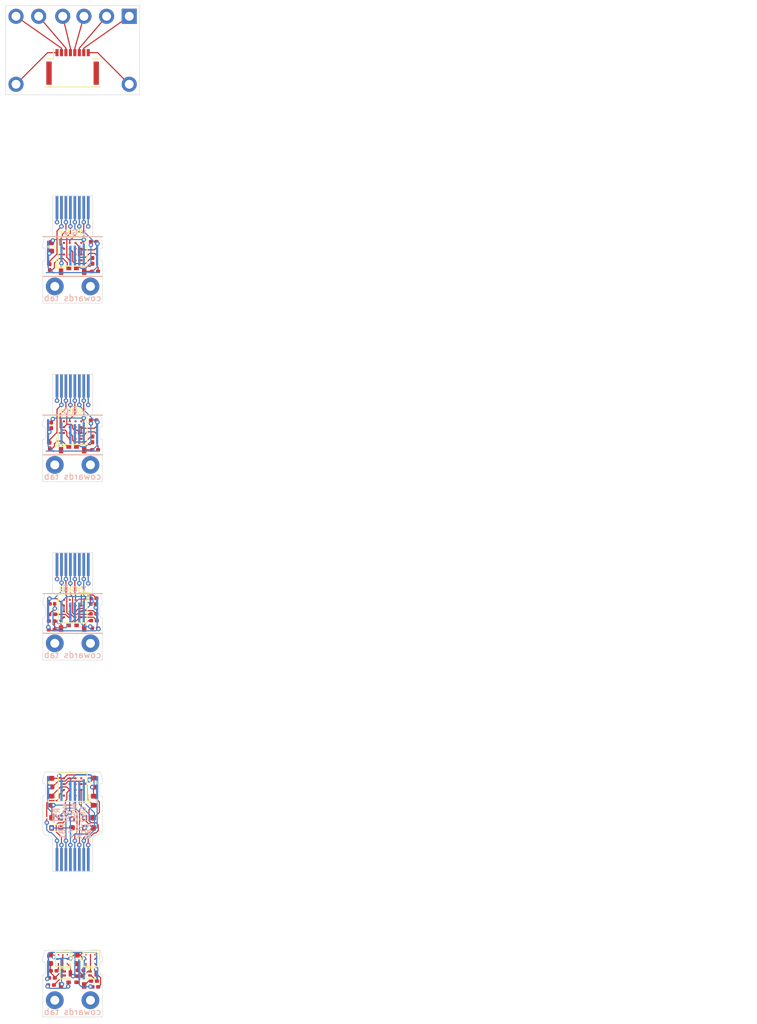
<source format=kicad_pcb>
(kicad_pcb (version 20211014) (generator pcbnew)
  (layers (0 "F.Cu" signal) (31 "B.Cu" signal) (34 "B.Paste" user) (35 "F.Paste" user) (36 "B.SilkS" user "B.Silkscreen") (37 "F.SilkS" user "F.Silkscreen") (38 "B.Mask" user) (39 "F.Mask" user) (44 "Edge.Cuts" user))
  (net 0 "")
  (net 1 "/RGB Dingus Rev. 1/GND")
  (net 2 "/RGB Dingus Rev. 1/V")
  (net 3 "Net-(D1-Pad2)")
  (net 4 "Net-(D1-Pad3)")
  (net 5 "Net-(D1-Pad4)")
  (net 6 "Net-(J1-Pad5)")
  (net 9 "unconnected-(J2-Pad1)")
  (net 10 "/Digispark-ish Rev. 2/GND")
  (net 11 "/Digispark-ish Rev. 2/V")
  (net 12 "unconnected-(J2-Pad8)")
  (net 13 "/RGB Dingus Rev. 2/GND")
  (net 14 "/RGB Dingus Rev. 2/V")
  (net 21 "/Digispark-ish Rev. 2/D-")
  (net 22 "/Digispark-ish Rev. 2/D+")
  (net 23 "/RGB Dingus Rev. 1/MISO")
  (net 24 "/RGB Dingus Rev. 1/MOSI")
  (net 25 "/RGB Dingus Rev. 1/SCK")
  (net 26 "/RGB Dingus Rev. 1/~{RST}")
  (net 27 "Net-(J3-Pad1)")
  (net 28 "Net-(J3-Pad2)")
  (net 29 "Net-(J3-Pad3)")
  (net 30 "Net-(J3-Pad4)")
  (net 31 "Net-(D4-Pad1)")
  (net 32 "Net-(J5-Pad5)")
  (net 33 "Net-(J3-Pad5)")
  (net 34 "Net-(J3-Pad6)")
  (net 35 "Net-(J3-Pad7)")
  (net 36 "Net-(J3-Pad8)")
  (net 37 "/Digispark-ish Rev. 2/PB0")
  (net 44 "/Digispark-ish Rev. 2/SCK")
  (net 45 "/Digispark-ish Rev. 2/MISO")
  (net 46 "/Digispark-ish Rev. 2/MOSI")
  (net 47 "/Digispark-ish Rev. 2/PB1")
  (net 48 "/Digispark-ish Rev. 2/~{RST}")
  (net 49 "/RGB Dingus Rev. 2/MISO")
  (net 50 "/RGB Dingus Rev. 2/MOSI")
  (net 51 "Net-(D8-Pad2)")
  (net 52 "Net-(D8-Pad3)")
  (net 53 "Net-(D8-Pad4)")
  (net 54 "Net-(J9-Pad5)")
  (net 57 "unconnected-(J10-Pad8)")
  (net 58 "/RGB Dingus Rev. 2/SCK")
  (net 59 "/RGB Dingus Rev. 2/~{RST}")
  (net 60 "/RGB Dingus Rev. 1/PB1")
  (net 61 "/RGB Dingus Rev. 1/PB0")
  (net 62 "unconnected-(J10-Pad1)")
  (net 63 "/RGB Dingus Rev. 2/PA7")
  (net 64 "/RGB Dingus Rev. 2/PB1")
  (net 70 "/RGB Dingus Rev. 2/PB0")
  (net 71 "/RGB Dingus Programmable/GND")
  (net 72 "/RGB Dingus Programmable/V")
  (net 73 "/RGB Dingus Programmable/D-")
  (net 74 "/RGB Dingus Programmable/D+")
  (net 75 "Net-(D7-Pad2)")
  (net 76 "Net-(D7-Pad4)")
  (net 77 "Net-(J7-Pad5)")
  (net 78 "/RGB Dingus Programmable/PB0")
  (net 79 "/RGB Dingus Programmable/SCK")
  (net 80 "/RGB Dingus Programmable/MISO")
  (net 81 "/RGB Dingus Programmable/MOSI")
  (net 82 "/RGB Dingus Programmable/PB1")
  (net 83 "/RGB Dingus Programmable/~{RST}")
  (net 84 "/RGB Dingus Programmable/PA7")
  (net 87 "unconnected-(J8-Pad1)")
  (net 88 "unconnected-(J8-Pad8)")
  (net 89 "/RGB Dingus Programmable/PB2")
  (net 93 "Net-(R22-Pad1)")
  (net 94 "/555 RGB/V")
  (net 95 "/555 RGB/GND")
  (net 96 "Net-(D9-Pad2)")
  (net 98 "Net-(D9-Pad4)")
  (net 99 "Net-(J11-Pad5)")
  (net 100 "/555 RGB/green")
  (net 101 "/555 RGB/blue")
  (net 102 "Net-(R23-Pad1)")
  (net 107 "/555 RGB/trg")
  (net 108 "/555 RGB/trb")
  (footprint "Resistor_SMD:R_0201_0603Metric" (layer "F.Cu") (at 102.24 61.04 90)
    (fp_text reference "R2" hide)
    (fp_text value "330" hide)
  )
  (footprint "Resistor_SMD:R_0201_0603Metric" (layer "F.Cu") (at 102.36 58.89 180)
    (fp_text reference "R1" hide)
    (fp_text value "10k" hide)
  )
  (footprint "awful-usb-socket:FFC-08" (layer "F.Cu") (at 100 55.05)
    (fp_text reference "J2" hide)
    (fp_text value "FFC programming interface" hide)
  )
  (footprint "Capacitor_SMD:C_0402_1005Metric" (layer "F.Cu") (at 97.61 59.47 90)
    (fp_text reference "C1" hide)
    (fp_text value "0.1u" hide)
  )
  (footprint "Resistor_SMD:R_0201_0603Metric" (layer "F.Cu") (at 102.53 62.21)
    (fp_text reference "R4" hide)
    (fp_text value "220" hide)
  )
  (footprint "Resistor_SMD:R_0201_0603Metric" (layer "F.Cu") (at 97.43 61.73 90)
    (fp_text reference "R3" hide)
    (fp_text value "220" hide)
  )
  (footprint "Package_BGA:UFBGA-15_3.0x3.0mm_Layout4x4_P0.65mm" (layer "F.Cu") (at 100 60 90)
    (fp_text reference "U1" hide)
    (fp_text value "ATtiny84A-CC" hide)
  )
  (footprint "awful-usb-socket:LED_everlight_EASV2713RGBA1" (layer "F.Cu") (at 100 62.25)
    (fp_text reference "D1" hide)
    (fp_text value "LED_AGRB" hide)
  )
  (footprint "USB-C_PCB_experiments:LED_everlight_EASV2713RGBA1" (layer "F.Cu") (at 100 142.25)
    (fp_text reference "D9" hide)
    (fp_text value "LED_AGRB" hide)
  )
  (footprint "Capacitor_SMD:C_0201_0603Metric" (layer "F.Cu") (at 97.65 102.375)
    (fp_text reference "C3" hide)
    (fp_text value "0.1μF" hide)
  )
  (footprint "Capacitor_SMD:C_0201_0603Metric" (layer "F.Cu") (at 97.61 79.47 90)
    (fp_text reference "C4" hide)
    (fp_text value "0.1u" hide)
  )
  (footprint "Resistor_SMD:R_0201_0603Metric" (layer "F.Cu") (at 102.55 142.4 180)
    (fp_text reference "R21" hide)
    (fp_text value "10k" hide)
  )
  (footprint "awful-usb-socket:FFC-08" (layer "F.Cu") (at 100 128.15 180)
    (fp_text reference "J6" hide)
    (fp_text value "FFC programming interface" hide)
  )
  (footprint "Resistor_SMD:R_0201_0603Metric" (layer "F.Cu") (at 97.65 101.4 180)
    (fp_text reference "R11" hide)
    (fp_text value "1.5kΩ" hide)
  )
  (footprint "Resistor_SMD:R_0201_0603Metric" (layer "F.Cu") (at 97.88 140.6 180)
    (fp_text reference "R22" hide)
    (fp_text value "100kΩ" hide)
  )
  (footprint "awful-usb-socket:FFC-08" (layer "F.Cu") (at 100 75.05)
    (fp_text reference "J10" hide)
    (fp_text value "FFC programming interface" hide)
  )
  (footprint "Connector_PinHeader_2.54mm:PinHeader_1x08_P2.54mm_Vertical" (layer "F.Cu") (at 108.89 33.625 -90)
    (fp_text reference "J4" hide)
    (fp_text value "Conn_01x08" hide)
  )
  (footprint "USB-C_PCB_experiments:FFC-08" (layer "F.Cu") (at 100 95.05)
    (fp_text reference "J8" hide)
    (fp_text value "FFC programming interface" hide)
  )
  (footprint "awful-usb-socket:LED_everlight_EASV2713RGBA1" (layer "F.Cu") (at 100 82.25)
    (fp_text reference "D8" hide)
    (fp_text value "LED_AGRB" hide)
  )
  (footprint "Package_TO_SOT_SMD:SOT-883" (layer "F.Cu") (at 102.3 140.9)
    (fp_text reference "Q2" hide)
    (fp_text value "PMBT3906M" hide)
  )
  (footprint "Resistor_SMD:R_0201_0603Metric" (layer "F.Cu") (at 102.52 102.2 180)
    (fp_text reference "R10" hide)
    (fp_text value "10kΩ" hide)
  )
  (footprint "Package_BGA:UFBGA-15_3.0x3.0mm_Layout4x4_P0.65mm" (layer "F.Cu") (at 100 80 90)
    (fp_text reference "U4" hide)
    (fp_text value "ATtiny84A-CC" hide)
  )
  (footprint "Resistor_SMD:R_0402_1005Metric" (layer "F.Cu") (at 97.649 121.541 -90)
    (fp_text reference "R8" hide)
    (fp_text value "68Ω" hide)
  )
  (footprint "Resistor_SMD:R_0201_0603Metric" (layer "F.Cu") (at 97.72 100.65 180)
    (fp_text reference "R12" hide)
    (fp_text value "68Ω" hide)
  )
  (footprint "Package_TO_SOT_SMD:SOT-883" (layer "F.Cu") (at 99.4 140.9)
    (fp_text reference "Q1" hide)
    (fp_text value "PMBT3906M" hide)
  )
  (footprint "Resistor_SMD:R_0201_0603Metric" (layer "F.Cu") (at 97.43 81.73 90)
    (fp_text reference "R17" hide)
    (fp_text value "220" hide)
  )
  (footprint "Capacitor_SMD:C_0402_1005Metric" (layer "F.Cu") (at 100.5 139.32 -90)
    (fp_text reference "C6" hide)
    (fp_text value "10μF" hide)
  )
  (footprint "Resistor_SMD:R_0402_1005Metric" (layer "F.Cu") (at 102.348 121.541 90)
    (fp_text reference "R7" hide)
    (fp_text value "68Ω" hide)
  )
  (footprint "USB-C_PCB_experiments:LED_everlight_EASV2713RGBA1" (layer "F.Cu") (at 100 102.25)
    (fp_text reference "D7" hide)
    (fp_text value "LED_AGRB" hide)
  )
  (footprint "awful-usb-socket:D_X3DFN2" (layer "F.Cu") (at 102.3 99.5)
    (fp_text reference "D6" hide)
    (fp_text value "3.6V" hide)
  )
  (footprint "Diode_SMD:D_0402_1005Metric" (layer "F.Cu") (at 101.84 123.446 180)
    (fp_text reference "D2" hide)
    (fp_text value "3.6V" hide)
  )
  (footprint "LED_SMD:LED_0402_1005Metric" (layer "F.Cu") (at 99.935 124.081 90)
    (fp_text reference "D4" hide)
    (fp_text value "LED" hide)
  )
  (footprint "Resistor_SMD:R_0201_0603Metric" (layer "F.Cu") (at 102.4 101.35)
    (fp_text reference "R20" hide)
    (fp_text value "220" hide)
  )
  (footprint "awful-usb-socket:D_X3DFN2" (layer "F.Cu") (at 97.725 99.475 180)
    (fp_text reference "D5" hide)
    (fp_text value "3.6V" hide)
  )
  (footprint "USB-C_PCB_experiments:Molex_512810894" (layer "F.Cu") (at 100 40)
    (fp_text reference "J3" hide)
    (fp_text value "Conn_01x08" hide)
  )
  (footprint "Resistor_SMD:R_0201_0603Metric" (layer "F.Cu") (at 102.35 98.85 180)
    (fp_text reference "R13" hide)
    (fp_text value "68Ω" hide)
  )
  (footprint "Package_BGA:Texas_DSBGA-8_1.43x1.41mm_Layout3x3_P0.5mm" (layer "F.Cu") (at 98.9 139.3 -90)
    (fp_text reference "U5" hide)
    (fp_text value "LMC555xTP" hide)
  )
  (footprint "Capacitor_SMD:C_0201_0603Metric" (layer "F.Cu") (at 100.8 141.2 180)
    (fp_text reference "C8" hide)
    (fp_text value "2.2μF" hide)
  )
  (footprint "Resistor_SMD:R_0201_0603Metric" (layer "F.Cu") (at 102.36 78.89 180)
    (fp_text reference "R15" hide)
    (fp_text value "10k" hide)
  )
  (footprint "Capacitor_SMD:C_0201_0603Metric" (layer "F.Cu") (at 97.68 141.4 180)
    (fp_text reference "C7" hide)
    (fp_text value "2.2μF" hide)
  )
  (footprint "Resistor_SMD:R_0201_0603Metric" (layer "F.Cu") (at 102.24 81.04 90)
    (fp_text reference "R16" hide)
    (fp_text value "330" hide)
  )
  (footprint "Package_BGA:UFBGA-15_3.0x3.0mm_Layout4x4_P0.65mm" (layer "F.Cu") (at 100 120 180)
    (fp_text reference "U2" hide)
    (fp_text value "ATtiny84A-CC" hide)
  )
  (footprint "Resistor_SMD:R_0201_0603Metric" (layer "F.Cu") (at 102.35 100.6)
    (fp_text reference "R19" hide)
    (fp_text value "220" hide)
  )
  (footprint "Resistor_SMD:R_0402_1005Metric" (layer "F.Cu") (at 98.157 124.589 180)
    (fp_text reference "R9" hide)
    (fp_text value "330Ω" hide)
  )
  (footprint "Resistor_SMD:R_0201_0603Metric" (layer "F.Cu") (at 100.9 140.55 180)
    (fp_text reference "R23" hide)
    (fp_text value "120kΩ" hide)
  )
  (footprint "Resistor_SMD:R_0201_0603Metric" (layer "F.Cu") (at 102.4 141.75)
    (fp_text reference "R25" hide)
    (fp_text value "220" hide)
  )
  (footprint "Package_BGA:Texas_DSBGA-8_1.43x1.41mm_Layout3x3_P0.5mm" (layer "F.Cu") (at 102 139.3 -90)
    (fp_text reference "U6" hide)
    (fp_text value "LMC555xTP" hide)
  )
  (footprint "Resistor_SMD:R_0201_0603Metric" (layer "F.Cu") (at 102.53 82.21)
    (fp_text reference "R18" hide)
    (fp_text value "220" hide)
  )
  (footprint "Capacitor_SMD:C_0402_1005Metric" (layer "F.Cu") (at 97.5 139.3 -90)
    (fp_text reference "C5" hide)
    (fp_text value "10μF" hide)
  )
  (footprint "Resistor_SMD:R_0402_1005Metric" (layer "F.Cu") (at 101.84 124.589 180)
    (fp_text reference "R5" hide)
    (fp_text value "10kΩ" hide)
  )
  (footprint "Package_BGA:UFBGA-15_3.0x3.0mm_Layout4x4_P0.65mm" (layer "F.Cu") (at 100 100 -90)
    (fp_text reference "U3" hide)
    (fp_text value "ATtiny84A-CC" hide)
  )
  (footprint "Resistor_SMD:R_0201_0603Metric" (layer "F.Cu") (at 97.58 142.2)
    (fp_text reference "R24" hide)
    (fp_text value "220" hide)
  )
  (footprint "Resistor_SMD:R_0402_1005Metric" (layer "F.Cu") (at 102.348 119.509 -90)
    (fp_text reference "R6" hide)
    (fp_text value "1.5kΩ" hide)
  )
  (footprint "Diode_SMD:D_0402_1005Metric" (layer "F.Cu") (at 98.157 123.446)
    (fp_text reference "D3" hide)
    (fp_text value "3.6V" hide)
  )
  (footprint "Capacitor_SMD:C_0402_1005Metric" (layer "F.Cu") (at 97.649 119.509 90)
    (fp_text reference "C2" hide)
    (fp_text value "0.1μF" hide)
  )
  (footprint "awful-usb-socket:usb-c-one-sided" (layer "B.Cu") (at 100 60.55 180)
    (fp_text reference "J1" hide)
    (fp_text value "USB-C fingers" hide)
  )
  (footprint "awful-usb-socket:usb-c-one-sided" (layer "B.Cu") (at 100 100.55 180)
    (fp_text reference "J7" hide)
    (fp_text value "USB-C fingers" hide)
  )
  (footprint "awful-usb-socket:usb-c-one-sided" (layer "B.Cu") (at 100 80.55 180)
    (fp_text reference "J9" hide)
    (fp_text value "USB-C fingers" hide)
  )
  (footprint "awful-usb-socket:usb-c-one-sided" (layer "B.Cu") (at 100 120.55 180)
    (fp_text reference "J5" hide)
    (fp_text value "USB-C fingers" hide)
  )
  (footprint "awful-usb-socket:usb-c-one-sided" (layer "B.Cu") (at 100 140.55 180)
    (fp_text reference "J11" hide)
    (fp_text value "USB-C fingers" hide)
  )
  (gr_line (start 96.655 62.775) (end 103.345 62.775) (layer "B.SilkS") (width 0.12))
  (gr_line (start 96.655 58.325) (end 103.345 58.325) (layer "B.SilkS") (width 0.12))
  (gr_line (start 99.15 77.575) (end 99.05 77.675) (layer "B.SilkS") (width 0.12))
  (gr_line (start 101.25 78.125) (end 101.45 77.575) (layer "B.SilkS") (width 0.12))
  (gr_line (start 100.35 98.125) (end 100.45 98.025) (layer "B.SilkS") (width 0.12))
  (gr_line (start 101.25 98.075) (end 101.45 97.525) (layer "B.SilkS") (width 0.12))
  (gr_line (start 101.25 58.15) (end 101.45 57.6) (layer "B.SilkS") (width 0.12))
  (gr_line (start 99.45 57.9) (end 99.05 57.9) (layer "B.SilkS") (width 0.12))
  (gr_line (start 100 78.125) (end 100.15 77.925) (layer "B.SilkS") (width 0.12))
  (gr_line (start 100.4 77.575) (end 100.4 78.125) (layer "B.SilkS") (width 0.12))
  (gr_line (start 100.45 58) (end 100.45 57.65) (layer "B.SilkS") (width 0.12))
  (gr_line (start 99.45 78.025) (end 99.45 77.675) (layer "B.SilkS") (width 0.12))
  (gr_line (start 100.4 77.925) (end 100.15 77.925) (layer "B.SilkS") (width 0.12))
  (gr_line (start 99 97.4) (end 99.45 97.4) (layer "B.SilkS") (width 0.12))
  (gr_line (start 100.45 98.025) (end 100.45 97.675) (layer "B.SilkS") (width 0.12))
  (gr_line (start 99.4 97.6) (end 99.4 98.15) (layer "B.SilkS") (width 0.12))
  (gr_line (start 100.15 57.55) (end 100.05 57.65) (layer "B.SilkS") (width 0.12))
  (gr_line (start 100.45 97.675) (end 100.35 97.575) (layer "B.SilkS") (width 0.12))
  (gr_line (start 100.05 77.825) (end 100.05 77.675) (layer "B.SilkS") (width 0.12))
  (gr_line (start 100.15 58.1) (end 100.35 58.1) (layer "B.SilkS") (width 0.12))
  (gr_line (start 100.15 77.575) (end 100.4 77.575) (layer "B.SilkS") (width 0.12))
  (gr_line (start 100.45 57.65) (end 100.35 57.55) (layer "B.SilkS") (width 0.12))
  (gr_line (start 99.25 58.15) (end 99.25 57.55) (layer "B.SilkS") (width 0.12))
  (gr_line (start 99.15 78.125) (end 99.35 78.125) (layer "B.SilkS") (width 0.12))
  (gr_line (start 99.15 97.6) (end 99.4 97.6) (layer "B.SilkS") (width 0.12))
  (gr_line (start 100.15 98.125) (end 100.35 98.125) (layer "B.SilkS") (width 0.12))
  (gr_line (start 100.05 57.9) (end 100.05 58) (layer "B.SilkS") (width 0.12))
  (gr_line (start 96.655 98.325) (end 103.345 98.325) (layer "B.SilkS") (width 0.12))
  (gr_line (start 100.15 97.575) (end 100.05 97.675) (layer "B.SilkS") (width 0.12))
  (gr_line (start 99.45 77.675) (end 99.35 77.575) (layer "B.SilkS") (width 0.12))
  (gr_line (start 101.05 97.525) (end 101.25 98.075) (layer "B.SilkS") (width 0.12))
  (gr_line (start 100.35 57.55) (end 100.15 57.55) (layer "B.SilkS") (width 0.12))
  (gr_line (start 99.05 57.9) (end 99.25 58.15) (layer "B.SilkS") (width 0.12))
  (gr_line (start 99.05 97.85) (end 99.05 97.7) (layer "B.SilkS") (width 0.12))
  (gr_line (start 100.35 97.575) (end 100.15 97.575) (layer "B.SilkS") (width 0.12))
  (gr_line (start 100.05 58) (end 100.15 58.1) (layer "B.SilkS") (width 0.12))
  (gr_line (start 96.655 78.325) (end 103.345 78.325) (layer "B.SilkS") (width 0.12))
  (gr_line (start 100.05 77.675) (end 100.15 77.575) (layer "B.SilkS") (width 0.12))
  (gr_line (start 99.35 78.125) (end 99.45 78.025) (layer "B.SilkS") (width 0.12))
  (gr_line (start 96.655 82.775) (end 103.345 82.775) (layer "B.SilkS") (width 0.12))
  (gr_line (start 99.4 97.95) (end 99.15 97.95) (layer "B.SilkS") (width 0.12))
  (gr_line (start 99.15 97.95) (end 99.05 97.85) (layer "B.SilkS") (width 0.12))
  (gr_line (start 101.05 57.6) (end 101.25 58.15) (layer "B.SilkS") (width 0.12))
  (gr_line (start 100 77.375) (end 100.45 77.375) (layer "B.SilkS") (width 0.12))
  (gr_line (start 101.05 77.575) (end 101.25 78.125) (layer "B.SilkS") (width 0.12))
  (gr_line (start 99.35 77.575) (end 99.15 77.575) (layer "B.SilkS") (width 0.12))
  (gr_line (start 99.05 97.7) (end 99.15 97.6) (layer "B.SilkS") (width 0.12))
  (gr_line (start 100.05 98.025) (end 100.15 98.125) (layer "B.SilkS") (width 0.12))
  (gr_line (start 100.25 57.85) (end 100.1 57.85) (layer "B.SilkS") (width 0.12))
  (gr_line (start 96.655 98.325) (end 103.345 98.325) (layer "B.SilkS") (width 0.12))
  (gr_line (start 96.655 102.775) (end 103.345 102.775) (layer "B.SilkS") (width 0.12))
  (gr_line (start 99.05 78.025) (end 99.15 78.125) (layer "B.SilkS") (width 0.12))
  (gr_line (start 99.25 58.15) (end 99.45 57.9) (layer "B.SilkS") (width 0.12))
  (gr_line (start 100.1 57.85) (end 100.05 57.9) (layer "B.SilkS") (width 0.12))
  (gr_line (start 99 98.15) (end 99.15 97.95) (layer "B.SilkS") (width 0.12))
  (gr_line (start 100.05 58.15) (end 100.05 58) (layer "B.SilkS") (width 0.12))
  (gr_line (start 100.35 58.1) (end 100.45 58) (layer "B.SilkS") (width 0.12))
  (gr_line (start 100.15 77.925) (end 100.05 77.825) (layer "B.SilkS") (width 0.12))
  (gr_line (start 96.655 62.775) (end 103.345 62.775) (layer "F.SilkS") (width 0.12))
  (gr_line (start 96.655 58.325) (end 103.345 58.325) (layer "F.SilkS") (width 0.12))
  (gr_line (start 100.825 57.9) (end 100.575 57.9) (layer "F.SilkS") (width 0.12))
  (gr_line (start 100.95 78) (end 100.95 77.9) (layer "F.SilkS") (width 0.12))
  (gr_line (start 100.9 77.85) (end 100.75 77.85) (layer "F.SilkS") (width 0.12))
  (gr_line (start 100.65 77.55) (end 100.55 77.65) (layer "F.SilkS") (width 0.12))
  (gr_line (start 100.925 57.85) (end 100.825 57.9) (layer "F.SilkS") (width 0.12))
  (gr_line (start 99.95 77.9) (end 99.55 77.9) (layer "F.SilkS") (width 0.12))
  (gr_line (start 98.575 98) (end 98.675 98.1) (layer "F.SilkS") (width 0.12))
  (gr_line (start 99.65 57.55) (end 99.55 57.65) (layer "F.SilkS") (width 0.12))
  (gr_line (start 98.975 97.65) (end 98.875 97.55) (layer "F.SilkS") (width 0.12))
  (gr_line (start 99.95 97.9) (end 99.55 97.9) (layer "F.SilkS") (width 0.12))
  (gr_line (start 100.65 78.1) (end 100.85 78.1) (layer "F.SilkS") (width 0.12))
  (gr_line (start 100.525 57.5) (end 100.975 57.5) (layer "F.SilkS") (width 0.12))
  (gr_line (start 100.95 97.8) (end 100.75 97.55) (layer "F.SilkS") (width 0.12))
  (gr_line (start 99.85 58.1) (end 99.95 58) (layer "F.SilkS") (width 0.12))
  (gr_line (start 100.825 57.9) (end 100.975 58.15) (layer "F.SilkS") (width 0.12))
  (gr_line (start 98.75 77.55) (end 98.55 77.8) (layer "F.SilkS") (width 0.12))
  (gr_line (start 99.85 57.55) (end 99.65 57.55) (layer "F.SilkS") (width 0.12))
  (gr_line (start 99.55 58) (end 99.65 58.1) (layer "F.SilkS") (width 0.12))
  (gr_line (start 100.825 57.65) (end 100.925 57.75) (layer "F.SilkS") (width 0.12))
  (gr_line (start 99.75 78.15) (end 99.95 77.9) (layer "F.SilkS") (width 0.12))
  (gr_line (start 98.675 97.55) (end 98.575 97.65) (layer "F.SilkS") (width 0.12))
  (gr_line (start 98.95 57.8) (end 98.75 57.55) (layer "F.SilkS") (width 0.12))
  (gr_line (start 100.95 78) (end 100.95 78.15) (layer "F.SilkS") (width 0.12))
  (gr_line (start 99.75 97.55) (end 99.75 98.15) (layer "F.SilkS") (width 0.12))
  (gr_line (start 98.975 98) (end 98.975 97.9) (layer "F.SilkS") (width 0.12))
  (gr_line (start 98.675 98.1) (end 98.875 98.1) (layer "F.SilkS") (width 0.12))
  (gr_line (start 99.95 57.65) (end 99.85 57.55) (layer "F.SilkS") (width 0.12))
  (gr_line (start 99.65 58.1) (end 99.85 58.1) (layer "F.SilkS") (width 0.12))
  (gr_line (start 99.75 77.55) (end 99.75 78.15) (layer "F.SilkS") (width 0.12))
  (gr_line (start 99.55 77.9) (end 99.75 78.15) (layer "F.SilkS") (width 0.12))
  (gr_line (start 98.55 57.8) (end 98.95 57.8) (layer "F.SilkS") (width 0.12))
  (gr_line (start 98.55 77.8) (end 98.95 77.8) (layer "F.SilkS") (width 0.12))
  (gr_line (start 96.655 98.325) (end 103.345 98.325) (layer "F.SilkS") (width 0.12))
  (gr_line (start 100.55 77.65) (end 100.55 78) (layer "F.SilkS") (width 0.12))
  (gr_line (start 98.575 97.65) (end 98.575 98) (layer "F.SilkS") (width 0.12))
  (gr_line (start 100.55 78) (end 100.65 78.1) (layer "F.SilkS") (width 0.12))
  (gr_line (start 96.655 102.775) (end 103.345 102.775) (layer "F.SilkS") (width 0.12))
  (gr_line (start 96.655 78.325) (end 103.345 78.325) (layer "F.SilkS") (width 0.12))
  (gr_line (start 98.75 78.15) (end 98.75 77.55) (layer "F.SilkS") (width 0.12))
  (gr_line (start 100.55 97.8) (end 100.95 97.8) (layer "F.SilkS") (width 0.12))
  (gr_line (start 98.75 57.55) (end 98.55 57.8) (layer "F.SilkS") (width 0.12))
  (gr_line (start 98.75 58.15) (end 98.75 57.55) (layer "F.SilkS") (width 0.12))
  (gr_line (start 98.875 97.55) (end 98.675 97.55) (layer "F.SilkS") (width 0.12))
  (gr_line (start 98.975 98) (end 98.975 98.15) (layer "F.SilkS") (width 0.12))
  (gr_line (start 98.975 97.9) (end 98.925 97.85) (layer "F.SilkS") (width 0.12))
  (gr_line (start 96.655 82.775) (end 103.345 82.775) (layer "F.SilkS") (width 0.12))
  (gr_line (start 96.655 98.325) (end 103.345 98.325) (layer "F.SilkS") (width 0.12))
  (gr_line (start 98.95 77.8) (end 98.75 77.55) (layer "F.SilkS") (width 0.12))
  (gr_line (start 98.875 98.1) (end 98.975 98) (layer "F.SilkS") (width 0.12))
  (gr_line (start 100.85 77.55) (end 100.65 77.55) (layer "F.SilkS") (width 0.12))
  (gr_line (start 100.575 58.15) (end 100.575 57.65) (layer "F.SilkS") (width 0.12))
  (gr_line (start 100.95 77.65) (end 100.85 77.55) (layer "F.SilkS") (width 0.12))
  (gr_line (start 100.925 57.75) (end 100.925 57.85) (layer "F.SilkS") (width 0.12))
  (gr_line (start 99.55 57.65) (end 99.55 58) (layer "F.SilkS") (width 0.12))
  (gr_line (start 99.55 97.9) (end 99.75 98.15) (layer "F.SilkS") (width 0.12))
  (gr_line (start 100.95 77.9) (end 100.9 77.85) (layer "F.SilkS") (width 0.12))
  (gr_line (start 99.75 98.15) (end 99.95 97.9) (layer "F.SilkS") (width 0.12))
  (gr_line (start 98.925 97.85) (end 98.775 97.85) (layer "F.SilkS") (width 0.12))
  (gr_line (start 100.75 98.15) (end 100.75 97.55) (layer "F.SilkS") (width 0.12))
  (gr_line (start 100.575 57.65) (end 100.825 57.65) (layer "F.SilkS") (width 0.12))
  (gr_line (start 100.85 78.1) (end 100.95 78) (layer "F.SilkS") (width 0.12))
  (gr_line (start 100.75 97.55) (end 100.55 97.8) (layer "F.SilkS") (width 0.12))
  (gr_line (start 103.345 65.775) (end 96.655 65.775) (layer "Edge.Cuts") (width 0.05))
  (gr_line (start 96.655 65.775) (end 96.655 62.775) (layer "Edge.Cuts") (width 0.05))
  (gr_line (start 103.345 65.775) (end 103.345 62.775) (layer "Edge.Cuts") (width 0.05))
  (gr_line (start 96.905 58.325) (end 97.75 58.325) (layer "Edge.Cuts") (width 0.05))
  (gr_line (start 103.045 59.875) (end 103.045 60.775) (layer "Edge.Cuts") (width 0.05))
  (gr_line (start 96.955 59.875) (end 96.955 60.775) (layer "Edge.Cuts") (width 0.05))
  (gr_arc (start 103.345 61.075) (mid 103.132868 60.987132) (end 103.045 60.775) (layer "Edge.Cuts") (width 0.05))
  (gr_line (start 103.345 61.075) (end 103.345 62.775) (layer "Edge.Cuts") (width 0.05))
  (gr_arc (start 96.955 60.775) (mid 96.867132 60.987132) (end 96.655 61.075) (layer "Edge.Cuts") (width 0.05))
  (gr_arc (start 96.655 59.575) (mid 96.867132 59.662868) (end 96.955 59.875) (layer "Edge.Cuts") (width 0.05))
  (gr_line (start 96.655 59.125) (end 96.905 58.325) (layer "Edge.Cuts") (width 0.05))
  (gr_line (start 97.75 58.325) (end 97.75 53.75) (layer "Edge.Cuts") (width 0.05))
  (gr_arc (start 103.045 59.875) (mid 103.132868 59.662868) (end 103.345 59.575) (layer "Edge.Cuts") (width 0.05))
  (gr_line (start 103.345 59.125) (end 103.345 59.575) (layer "Edge.Cuts") (width 0.05))
  (gr_line (start 96.655 59.125) (end 96.655 59.575) (layer "Edge.Cuts") (width 0.05))
  (gr_line (start 96.655 61.075) (end 96.655 62.775) (layer "Edge.Cuts") (width 0.05))
  (gr_line (start 103.095 58.325) (end 103.345 59.125) (layer "Edge.Cuts") (width 0.05))
  (gr_line (start 103.095 58.325) (end 102.25 58.325) (layer "Edge.Cuts") (width 0.05))
  (gr_line (start 97.75 53.75) (end 102.25 53.75) (layer "Edge.Cuts") (width 0.05))
  (gr_line (start 102.25 58.325) (end 102.25 53.75) (layer "Edge.Cuts") (width 0.05))
  (gr_line (start 96.905 138.325) (end 103.095 138.325) (layer "Edge.Cuts") (width 0.05))
  (gr_line (start 96.655 79.125) (end 96.905 78.325) (layer "Edge.Cuts") (width 0.05))
  (gr_line (start 103.345 85.775) (end 103.345 82.775) (layer "Edge.Cuts") (width 0.05))
  (gr_arc (start 103.345 81.075) (mid 103.132868 80.987132) (end 103.045 80.775) (layer "Edge.Cuts") (width 0.05))
  (gr_arc (start 96.655 119.575) (mid 96.867132 119.662868) (end 96.955 119.875) (layer "Edge.Cuts") (width 0.05))
  (gr_arc (start 103.045 79.875) (mid 103.132868 79.662868) (end 103.345 79.575) (layer "Edge.Cuts") (width 0.05))
  (gr_arc (start 103.045 139.875) (mid 103.132868 139.662868) (end 103.345 139.575) (layer "Edge.Cuts") (width 0.05))
  (gr_line (start 96.655 79.125) (end 96.655 79.575) (layer "Edge.Cuts") (width 0.05))
  (gr_line (start 96.655 145.775) (end 96.655 142.775) (layer "Edge.Cuts") (width 0.05))
  (gr_line (start 103.095 78.325) (end 102.25 78.325) (layer "Edge.Cuts") (width 0.05))
  (gr_line (start 103.345 79.125) (end 103.345 79.575) (layer "Edge.Cuts") (width 0.05))
  (gr_line (start 96.655 141.075) (end 96.655 142.775) (layer "Edge.Cuts") (width 0.05))
  (gr_line (start 96.655 139.125) (end 96.655 139.575) (layer "Edge.Cuts") (width 0.05))
  (gr_arc (start 103.345 121.075) (mid 103.132868 120.987132) (end 103.045 120.775) (layer "Edge.Cuts") (width 0.05))
  (gr_line (start 96.655 121.075) (end 96.655 122.775) (layer "Edge.Cuts") (width 0.05))
  (gr_line (start 97.25 125.4) (end 97.155 125.4) (layer "Edge.Cuts") (width 0.05))
  (gr_line (start 103.345 122.775) (end 103.345 124.9) (layer "Edge.Cuts") (width 0.05))
  (gr_arc (start 102.25 125.9) (mid 102.396447 125.546447) (end 102.75 125.4) (layer "Edge.Cuts") (width 0.05))
  (gr_line (start 96.905 78.325) (end 97.75 78.325) (layer "Edge.Cuts") (width 0.05))
  (gr_line (start 96.655 139.125) (end 96.905 138.325) (layer "Edge.Cuts") (width 0.05))
  (gr_line (start 103.095 98.325) (end 103.345 99.125) (layer "Edge.Cuts") (width 0.05))
  (gr_line (start 96.655 105.775) (end 96.655 102.775) (layer "Edge.Cuts") (width 0.05))
  (gr_line (start 103.345 119.125) (end 103.345 119.575) (layer "Edge.Cuts") (width 0.05))
  (gr_line (start 96.655 122.775) (end 96.655 124.9) (layer "Edge.Cuts") (width 0.05))
  (gr_line (start 103.095 118.325) (end 103.345 119.125) (layer "Edge.Cuts") (width 0.05))
  (gr_line (start 107.5 32.425) (end 107.5 42.425) (layer "Edge.Cuts") (width 0.05))
  (gr_line (start 96.955 79.875) (end 96.955 80.775) (layer "Edge.Cuts") (width 0.05))
  (gr_line (start 96.655 85.775) (end 96.655 82.775) (layer "Edge.Cuts") (width 0.05))
  (gr_line (start 103.345 81.075) (end 103.345 82.775) (layer "Edge.Cuts") (width 0.05))
  (gr_line (start 97.75 98.325) (end 97.75 93.75) (layer "Edge.Cuts") (width 0.05))
  (gr_line (start 103.345 101.075) (end 103.345 102.775) (layer "Edge.Cuts") (width 0.05))
  (gr_line (start 96.655 99.125) (end 96.655 99.575) (layer "Edge.Cuts") (width 0.05))
  (gr_arc (start 103.345 101.075) (mid 103.132868 100.987132) (end 103.045 100.775) (layer "Edge.Cuts") (width 0.05))
  (gr_arc (start 96.955 140.775) (mid 96.867132 140.987132) (end 96.655 141.075) (layer "Edge.Cuts") (width 0.05))
  (gr_line (start 103.345 141.075) (end 103.345 142.775) (layer "Edge.Cuts") (width 0.05))
  (gr_line (start 103.045 139.875) (end 103.045 140.775) (layer "Edge.Cuts") (width 0.05))
  (gr_arc (start 96.955 80.775) (mid 96.867132 80.987132) (end 96.655 81.075) (layer "Edge.Cuts") (width 0.05))
  (gr_line (start 92.5 32.425) (end 107.5 32.425) (layer "Edge.Cuts") (width 0.05))
  (gr_line (start 96.655 119.125) (end 96.655 119.575) (layer "Edge.Cuts") (width 0.05))
  (gr_arc (start 96.955 120.775) (mid 96.867132 120.987132) (end 96.655 121.075) (layer "Edge.Cuts") (width 0.05))
  (gr_line (start 103.045 99.875) (end 103.045 100.775) (layer "Edge.Cuts") (width 0.05))
  (gr_line (start 103.345 139.125) (end 103.345 139.575) (layer "Edge.Cuts") (width 0.05))
  (gr_line (start 102.25 78.325) (end 102.25 73.75) (layer "Edge.Cuts") (width 0.05))
  (gr_line (start 96.655 99.125) (end 96.905 98.325) (layer "Edge.Cuts") (width 0.05))
  (gr_arc (start 103.345 124.9) (mid 103.198553 125.253553) (end 102.845 125.4) (layer "Edge.Cuts") (width 0.05))
  (gr_line (start 103.095 138.325) (end 103.345 139.125) (layer "Edge.Cuts") (width 0.05))
  (gr_line (start 102.25 98.325) (end 103.095 98.325) (layer "Edge.Cuts") (width 0.05))
  (gr_arc (start 96.655 139.575) (mid 96.867132 139.662868) (end 96.955 139.875) (layer "Edge.Cuts") (width 0.05))
  (gr_line (start 102.25 125.9) (end 102.25 129.45) (layer "Edge.Cuts") (width 0.05))
  (gr_arc (start 97.25 125.4) (mid 97.603553 125.546447) (end 97.75 125.9) (layer "Edge.Cuts") (width 0.05))
  (gr_line (start 96.955 139.875) (end 96.955 140.775) (layer "Edge.Cuts") (width 0.05))
  (gr_line (start 96.655 101.075) (end 96.655 102.775) (layer "Edge.Cuts") (width 0.05))
  (gr_line (start 97.75 78.325) (end 97.75 73.75) (layer "Edge.Cuts") (width 0.05))
  (gr_arc (start 97.155 125.4) (mid 96.801447 125.253553) (end 96.655 124.9) (layer "Edge.Cuts") (width 0.05))
  (gr_line (start 103.345 121.075) (end 103.345 122.775) (layer "Edge.Cuts") (width 0.05))
  (gr_line (start 103.095 78.325) (end 103.345 79.125) (layer "Edge.Cuts") (width 0.05))
  (gr_line (start 102.25 98.325) (end 102.25 93.75) (layer "Edge.Cuts") (width 0.05))
  (gr_line (start 96.905 118.325) (end 103.095 118.325) (layer "Edge.Cuts") (width 0.05))
  (gr_line (start 103.345 105.775) (end 103.345 102.775) (layer "Edge.Cuts") (width 0.05))
  (gr_arc (start 103.045 119.875) (mid 103.132868 119.662868) (end 103.345 119.575) (layer "Edge.Cuts") (width 0.05))
  (gr_line (start 97.75 93.75) (end 102.25 93.75) (layer "Edge.Cuts") (width 0.05))
  (gr_line (start 103.345 85.775) (end 96.655 85.775) (layer "Edge.Cuts") (width 0.05))
  (gr_line (start 102.75 125.4) (end 102.845 125.4) (layer "Edge.Cuts") (width 0.05))
  (gr_arc (start 103.345 141.075) (mid 103.132868 140.987132) (end 103.045 140.775) (layer "Edge.Cuts") (width 0.05))
  (gr_line (start 97.75 98.325) (end 96.905 98.325) (layer "Edge.Cuts") (width 0.05))
  (gr_line (start 97.75 125.9) (end 97.75 129.45) (layer "Edge.Cuts") (width 0.05))
  (gr_line (start 103.345 105.775) (end 96.655 105.775) (layer "Edge.Cuts") (width 0.05))
  (gr_line (start 96.955 99.875) (end 96.955 100.775) (layer "Edge.Cuts") (width 0.05))
  (gr_line (start 96.955 119.875) (end 96.955 120.775) (layer "Edge.Cuts") (width 0.05))
  (gr_arc (start 103.045 99.875) (mid 103.132868 99.662868) (end 103.345 99.575) (layer "Edge.Cuts") (width 0.05))
  (gr_line (start 92.5 42.425) (end 92.5 32.425) (layer "Edge.Cuts") (width 0.05))
  (gr_line (start 97.75 73.75) (end 102.25 73.75) (layer "Edge.Cuts") (width 0.05))
  (gr_line (start 103.045 119.875) (end 103.045 120.775) (layer "Edge.Cuts") (width 0.05))
  (gr_line (start 102.25 129.45) (end 97.75 129.45) (layer "Edge.Cuts") (width 0.05))
  (gr_line (start 103.345 145.775) (end 96.655 145.775) (layer "Edge.Cuts") (width 0.05))
  (gr_line (start 96.655 81.075) (end 96.655 82.775) (layer "Edge.Cuts") (width 0.05))
  (gr_line (start 103.045 79.875) (end 103.045 80.775) (layer "Edge.Cuts") (width 0.05))
  (gr_line (start 103.345 99.125) (end 103.345 99.575) (layer "Edge.Cuts") (width 0.05))
  (gr_arc (start 96.955 100.775) (mid 96.867132 100.987132) (end 96.655 101.075) (layer "Edge.Cuts") (width 0.05))
  (gr_arc (start 96.655 99.575) (mid 96.867132 99.662868) (end 96.955 99.875) (layer "Edge.Cuts") (width 0.05))
  (gr_arc (start 96.655 79.575) (mid 96.867132 79.662868) (end 96.955 79.875) (layer "Edge.Cuts") (width 0.05))
  (gr_line (start 96.655 119.125) (end 96.905 118.325) (layer "Edge.Cuts") (width 0.05))
  (gr_line (start 107.5 42.425) (end 92.5 42.425) (layer "Edge.Cuts") (width 0.05))
  (gr_line (start 103.345 145.775) (end 103.345 142.775) (layer "Edge.Cuts") (width 0.05))
  (gr_text "cowards tab" (at 100 65.2) (layer "B.SilkS") (effects (font (size 0.7 0.7) (thickness 0.1)) (justify mirror)))
  (gr_text "cowards tab" (at 100 105.2) (layer "B.SilkS") (effects (font (size 0.7 0.7) (thickness 0.1)) (justify mirror)))
  (gr_text "cowards tab" (at 100 85.2) (layer "B.SilkS") (effects (font (size 0.7 0.7) (thickness 0.1)) (justify mirror)))
  (gr_text "~{RST}\nMOSI\nMISO\nGND" (at 99.72 124.05 90) (layer "B.SilkS") (effects (font (size 0.6 0.6) (thickness 0.12)) (justify right mirror)))
  (gr_text "PB1\nV+\nSCK\nPB0" (at 100.3 125.94 90) (layer "B.SilkS") (effects (font (size 0.6 0.6) (thickness 0.12)) (justify right mirror)))
  (gr_text "cowards tab" (at 100 145.2) (layer "B.SilkS") (effects (font (size 0.7 0.7) (thickness 0.1)) (justify mirror)))
  (via (at 98 63.9) (size 2) (drill 1) (layers "F.Cu" "B.Cu") (net 0))
  (via (at 102 63.9) (size 2) (drill 1) (layers "F.Cu" "B.Cu") (net 0))
  (via (at 98 103.9) (size 2) (drill 1) (layers "F.Cu" "B.Cu") (net 0))
  (via (at 102 143.9) (size 2) (drill 1) (layers "F.Cu" "B.Cu") (net 0))
  (via (at 102 103.9) (size 2) (drill 1) (layers "F.Cu" "B.Cu") (net 0))
  (via (at 98 143.9) (size 2) (drill 1) (layers "F.Cu" "B.Cu") (net 0))
  (via (at 98 83.9) (size 2) (drill 1) (layers "F.Cu" "B.Cu") (net 0))
  (via (at 102 83.9) (size 2) (drill 1) (layers "F.Cu" "B.Cu") (net 0))
  (segment (start 100.25 55.05) (end 100.25 56.7) (width 0.125) (layer "F.Cu") (net 1))
  (segment (start 102.449211 59.799999) (end 102.780002 59.469208) (width 0.125) (layer "F.Cu") (net 1))
  (segment (start 102.68 59.009996) (end 102.780002 59.109998) (width 0.125) (layer "F.Cu") (net 1))
  (segment (start 100.975 59.975) (end 100.975 59.675) (width 0.125) (layer "F.Cu") (net 1))
  (segment (start 102.780002 59.469208) (end 102.780002 59.109998) (width 0.125) (layer "F.Cu") (net 1))
  (segment (start 101.099999 59.799999) (end 102.449211 59.799999) (width 0.125) (layer "F.Cu") (net 1))
  (segment (start 100.975 60.325) (end 100.975 59.975) (width 0.125) (layer "F.Cu") (net 1))
  (segment (start 100.975 59.675) (end 101.099999 59.799999) (width 0.125) (layer "F.Cu") (net 1))
  (segment (start 102.68 58.89) (end 102.68 59.009996) (width 0.125) (layer "F.Cu") (net 1))
  (via (at 100.25 56.7) (size 0.508) (drill 0.254) (layers "F.Cu" "B.Cu") (net 1))
  (via (at 102.780002 59.109998) (size 0.508) (drill 0.254) (layers "F.Cu" "B.Cu") (net 1))
  (via (at 97.39 60.21) (size 0.508) (drill 0.254) (layers "F.Cu" "B.Cu") (net 1))
  (segment (start 102.025 62.35) (end 102.9 62.35) (width 0.125) (layer "B.Cu") (net 1))
  (segment (start 97.915078 62.35) (end 97.05 62.35) (width 0.125) (layer "B.Cu") (net 1))
  (segment (start 102.025 62.35) (end 97.915078 62.35) (width 0.125) (layer "B.Cu") (net 1))
  (segment (start 102.75 60.175) (end 102.75 61.725) (width 0.125) (layer "B.Cu") (net 1))
  (segment (start 97.25 61.784922) (end 97.25 60.175) (width 0.125) (layer "B.Cu") (net 1))
  (segment (start 97.865078 62.4) (end 97.25 61.784922) (width 0.125) (layer "B.Cu") (net 1))
  (segment (start 102.75 61.725) (end 102.075 62.4) (width 0.125) (layer "B.Cu") (net 1))
  (segment (start 100.25 56.7) (end 100.25 55.05) (width 0.125) (layer "B.Cu") (net 1))
  (segment (start 100.25 57.4) (end 100.71 57.86) (width 0.125) (layer "B.Cu") (net 1))
  (segment (start 100.25 56.7) (end 100.25 57.4) (width 0.125) (layer "B.Cu") (net 1))
  (segment (start 102.75 60.175) (end 102.75 59.14) (width 0.125) (layer "B.Cu") (net 1))
  (segment (start 101.37 57.86) (end 102.619998 59.109998) (width 0.125) (layer "B.Cu") (net 1))
  (segment (start 102.619998 59.109998) (end 102.780002 59.109998) (width 0.125) (layer "B.Cu") (net 1))
  (segment (start 102.75 59.14) (end 102.780002 59.109998) (width 0.125) (layer "B.Cu") (net 1))
  (segment (start 100.71 57.86) (end 101.37 57.86) (width 0.125) (layer "B.Cu") (net 1))
  (segment (start 101.25 58.65) (end 101.25 58.75) (width 0.125) (layer "F.Cu") (net 2))
  (segment (start 98.7 61.35) (end 98.75 61.3) (width 0.125) (layer "F.Cu") (net 2))
  (segment (start 101.25 58.75) (end 100.975 59.025) (width 0.125) (layer "F.Cu") (net 2))
  (segment (start 98.7 62.25) (end 98.7 61.35) (width 0.125) (layer "F.Cu") (net 2))
  (segment (start 101.25 56.7) (end 101.25 55.05) (width 0.125) (layer "F.Cu") (net 2))
  (segment (start 97.61 58.99) (end 97.61 58.93) (width 0.125) (layer "F.Cu") (net 2))
  (segment (start 97.61 58.93) (end 97.78 58.76) (width 0.125) (layer "F.Cu") (net 2))
  (segment (start 101.25 57.05921) (end 101.25 58.65) (width 0.125) (layer "F.Cu") (net 2))
  (segment (start 101.25 56.7) (end 101.25 57.05921) (width 0.125) (layer "F.Cu") (net 2))
  (via (at 98.75 61.3) (size 0.508) (drill 0.254) (layers "F.Cu" "B.Cu") (net 2))
  (via (at 101.25 56.7) (size 0.508) (drill 0.254) (layers "F.Cu" "B.Cu") (net 2))
  (via (at 101.25 58.65) (size 0.508) (drill 0.254) (layers "F.Cu" "B.Cu") (net 2))
  (via (at 97.78 58.76) (size 0.508) (drill 0.254) (layers "F.Cu" "B.Cu") (net 2))
  (segment (start 101.25 56.34079) (end 101.25 55.05) (width 0.125) (layer "B.Cu") (net 2))
  (segment (start 101.25 56.7) (end 101.25 56.34079) (width 0.125) (layer "B.Cu") (net 2))
  (segment (start 98.75 58.65) (end 101.25 58.65) (width 0.125) (layer "B.Cu") (net 2))
  (segment (start 98.75 60.35) (end 98.75 58.65) (width 0.125) (layer "B.Cu") (net 2))
  (segment (start 101.25 60.35) (end 101.25 58.65) (width 0.125) (layer "B.Cu") (net 2))
  (segment (start 98.75 60.35) (end 98.75 61.3) (width 0.125) (layer "B.Cu") (net 2))
  (segment (start 97.78 58.76) (end 97.78 58.659998) (width 0.125) (layer "B.Cu") (net 2))
  (segment (start 98.75 58.65) (end 97.770002 58.65) (width 0.125) (layer "B.Cu") (net 2))
  (segment (start 97.78 58.659998) (end 97.770002 58.65) (width 0.125) (layer "B.Cu") (net 2))
  (segment (start 99.4 61.25) (end 98.93 60.78) (width 0.125) (layer "F.Cu") (net 3))
  (segment (start 98.47 60.78) (end 97.955 61.295) (width 0.125) (layer "F.Cu") (net 3))
  (segment (start 97.955 61.295) (end 97.955 61.815) (width 0.125) (layer "F.Cu") (net 3))
  (segment (start 97.955 61.815) (end 97.72 62.05) (width 0.125) (layer "F.Cu") (net 3))
  (segment (start 98.93 60.78) (end 98.47 60.78) (width 0.125) (layer "F.Cu") (net 3))
  (segment (start 99.575 61.89) (end 99.4 61.715) (width 0.125) (layer "F.Cu") (net 3))
  (segment (start 97.72 62.05) (end 97.43 62.05) (width 0.125) (layer "F.Cu") (net 3))
  (segment (start 99.4 61.715) (end 99.4 61.25) (width 0.125) (layer "F.Cu") (net 3))
  (segment (start 101.97 61.63) (end 100.685 61.63) (width 0.125) (layer "F.Cu") (net 4))
  (segment (start 100.685 61.63) (end 100.425 61.89) (width 0.125) (layer "F.Cu") (net 4))
  (segment (start 102.24 61.36) (end 101.97 61.63) (width 0.125) (layer "F.Cu") (net 4))
  (segment (start 101.34 62.21) (end 101.3 62.25) (width 0.125) (layer "F.Cu") (net 5))
  (segment (start 102.21 62.21) (end 101.34 62.21) (width 0.125) (layer "F.Cu") (net 5))
  (segment (start 102.04 58.89) (end 102.04 59.24) (width 0.125) (layer "F.Cu") (net 6))
  (segment (start 102.04 59.24) (end 102.05 59.25) (width 0.125) (layer "F.Cu") (net 6))
  (via (at 102.05 59.25) (size 0.508) (drill 0.254) (layers "F.Cu" "B.Cu") (net 6))
  (segment (start 101.46 61.86) (end 102.05 61.27) (width 0.125) (layer "B.Cu") (net 6))
  (segment (start 100.75 61.725) (end 100.885 61.86) (width 0.125) (layer "B.Cu") (net 6))
  (segment (start 100.885 61.86) (end 101.46 61.86) (width 0.125) (layer "B.Cu") (net 6))
  (segment (start 100.75 60.45) (end 100.75 61.725) (width 0.125) (layer "B.Cu") (net 6))
  (segment (start 102.05 61.27) (end 102.05 59.25) (width 0.125) (layer "B.Cu") (net 6))
  (segment (start 98.25 56.7) (end 98.25 55.05) (width 0.125) (layer "F.Cu") (net 9))
  (via (at 98.25 56.7) (size 0.508) (drill 0.254) (layers "F.Cu" "B.Cu") (net 9))
  (segment (start 98.25 56.7) (end 98.25 55.05) (width 0.125) (layer "B.Cu") (net 9))
  (segment (start 97.649 119.989) (end 97.731 119.989) (width 0.125) (layer "F.Cu") (net 10))
  (segment (start 102.259 124.589) (end 102.35 124.589) (width 0.125) (layer "F.Cu") (net 10))
  (segment (start 101.25 125.689) (end 102.35 124.589) (width 0.125) (layer "F.Cu") (net 10))
  (segment (start 101.25 128.15) (end 101.25 126.025) (width 0.125) (layer "F.Cu") (net 10))
  (segment (start 99.675 119.025) (end 100.325 119.025) (width 0.125) (layer "F.Cu") (net 10))
  (segment (start 101.355 123.685) (end 102.259 124.589) (width 0.125) (layer "F.Cu") (net 10))
  (segment (start 97.731 119.989) (end 98.37 119.35) (width 0.125) (layer "F.Cu") (net 10))
  (segment (start 98.37 119.35) (end 99.16 119.35) (width 0.125) (layer "F.Cu") (net 10))
  (segment (start 99.485 119.025) (end 99.675 119.025) (width 0.125) (layer "F.Cu") (net 10))
  (segment (start 101.25 126.025) (end 101.25 125.689) (width 0.125) (layer "F.Cu") (net 10))
  (segment (start 101.355 123.446) (end 101.355 123.685) (width 0.125) (layer "F.Cu") (net 10))
  (segment (start 98.642 123.446) (end 98.674 123.446) (width 0.125) (layer "F.Cu") (net 10))
  (segment (start 98.674 123.446) (end 98.68 123.44) (width 0.125) (layer "F.Cu") (net 10))
  (segment (start 97.381 119.989) (end 97.38 119.99) (width 0.125) (layer "F.Cu") (net 10))
  (segment (start 97.649 119.989) (end 97.381 119.989) (width 0.125) (layer "F.Cu") (net 10))
  (segment (start 99.16 119.35) (end 99.485 119.025) (width 0.125) (layer "F.Cu") (net 10))
  (via (at 98.68 123.44) (size 0.508) (drill 0.254) (layers "F.Cu" "B.Cu") (net 10))
  (via (at 97.38 119.99) (size 0.508) (drill 0.254) (layers "F.Cu" "B.Cu") (net 10))
  (via (at 101.25 126.025) (size 0.508) (drill 0.254) (layers "F.Cu" "B.Cu") (net 10))
  (via (at 101.355 123.446) (size 0.508) (drill 0.254) (layers "F.Cu" "B.Cu") (net 10))
  (segment (start 101.25 128.15) (end 101.25 126.025) (width 0.125) (layer "B.Cu") (net 10))
  (segment (start 99.43 122.37) (end 98.68 123.12) (width 0.125) (layer "B.Cu") (net 10))
  (segment (start 102.75 124.525) (end 102.75 120.175) (width 0.125) (layer "B.Cu") (net 10))
  (segment (start 101.355 123.446) (end 100.279 122.37) (width 0.125) (layer "B.Cu") (net 10))
  (segment (start 98.27 123.44) (end 97.25 122.42) (width 0.125) (layer "B.Cu") (net 10))
  (segment (start 101.25 126.025) (end 102.75 124.525) (width 0.125) (layer "B.Cu") (net 10))
  (segment (start 98.68 123.44) (end 98.27 123.44) (width 0.125) (layer "B.Cu") (net 10))
  (segment (start 97.25 122.42) (end 97.25 120.175) (width 0.125) (layer "B.Cu") (net 10))
  (segment (start 98.68 123.12) (end 98.68 123.44) (width 0.125) (layer "B.Cu") (net 10))
  (segment (start 100.279 122.37) (end 99.43 122.37) (width 0.125) (layer "B.Cu") (net 10))
  (segment (start 102.136124 119.210876) (end 102.348 118.999) (width 0.125) (layer "F.Cu") (net 11))
  (segment (start 98.741 119.029) (end 99.021 119.029) (width 0.125) (layer "F.Cu") (net 11))
  (segment (start 97.649 119.029) (end 98.741 119.029) (width 0.125) (layer "F.Cu") (net 11))
  (segment (start 99.025 119.025) (end 99.4 118.65) (width 0.125) (layer "F.Cu") (net 11))
  (segment (start 98.741 118.991) (end 98.741 119.029) (width 0.125) (layer "F.Cu") (net 11))
  (segment (start 98.5 118.75) (end 98.741 118.991) (width 0.125) (layer "F.Cu") (net 11))
  (segment (start 99.75 128.15) (end 99.75 126.5) (width 0.125) (layer "F.Cu") (net 11))
  (segment (start 99.4 118.65) (end 101.999 118.65) (width 0.125) (layer "F.Cu") (net 11))
  (segment (start 101.889124 119.210876) (end 102.136124 119.210876) (width 0.125) (layer "F.Cu") (net 11))
  (segment (start 99.021 119.029) (end 99.025 119.025) (width 0.125) (layer "F.Cu") (net 11))
  (segment (start 101.999 118.65) (end 102.348 118.999) (width 0.125) (layer "F.Cu") (net 11))
  (via (at 98.5 118.75) (size 0.508) (drill 0.254) (layers "F.Cu" "B.Cu") (net 11))
  (via (at 99.935 123.596) (size 0.508) (drill 0.254) (layers "F.Cu" "B.Cu") (net 11))
  (via (at 101.889124 119.210876) (size 0.6) (drill 0.3) (layers "F.Cu" "B.Cu") (net 11))
  (via (at 99.75 126.5) (size 0.508) (drill 0.254) (layers "F.Cu" "B.Cu") (net 11))
  (segment (start 101.25 120.35) (end 101.25 119.85) (width 0.125) (layer "B.Cu") (net 11))
  (segment (start 99.75 123.781) (end 99.935 123.596) (width 0.125) (layer "B.Cu") (net 11))
  (segment (start 98.5 118.75) (end 98.75 119) (width 0.125) (layer "B.Cu") (net 11))
  (segment (start 98.75 119) (end 98.75 120.35) (width 0.125) (layer "B.Cu") (net 11))
  (segment (start 99.75 125.76) (end 99.75 123.781) (width 0.125) (layer "B.Cu") (net 11))
  (segment (start 101.25 119.85) (end 101.889124 119.210876) (width 0.125) (layer "B.Cu") (net 11))
  (segment (start 100.24 125.27) (end 99.75 125.76) (width 0.125) (layer "B.Cu") (net 11))
  (segment (start 101.47 125.27) (end 100.24 125.27) (width 0.125) (layer "B.Cu") (net 11))
  (segment (start 101.25 121.69) (end 102.45 122.89) (width 0.125) (layer "B.Cu") (net 11))
  (segment (start 99.75 126.5) (end 99.75 125.76) (width 0.125) (layer "B.Cu") (net 11))
  (segment (start 102.45 124.29) (end 101.47 125.27) (width 0.125) (layer "B.Cu") (net 11))
  (segment (start 102.45 122.89) (end 102.45 124.29) (width 0.125) (layer "B.Cu") (net 11))
  (segment (start 99.75 126.5) (end 99.75 128.15) (width 0.125) (layer "B.Cu") (net 11))
  (segment (start 101.25 120.35) (end 101.25 121.69) (width 0.125) (layer "B.Cu") (net 11))
  (segment (start 101.75 57.175) (end 101.75 55.05) (width 0.125) (layer "F.Cu") (net 12))
  (via (at 101.75 57.175) (size 0.508) (drill 0.254) (layers "F.Cu" "B.Cu") (net 12))
  (segment (start 101.75 57.175) (end 101.75 55.05) (width 0.125) (layer "B.Cu") (net 12))
  (segment (start 102.780002 79.469208) (end 102.780002 79.109998) (width 0.125) (layer "F.Cu") (net 13))
  (segment (start 102.68 79.009996) (end 102.780002 79.109998) (width 0.125) (layer "F.Cu") (net 13))
  (segment (start 102.449211 79.799999) (end 102.780002 79.469208) (width 0.125) (layer "F.Cu") (net 13))
  (segment (start 100.75 77.175) (end 100.75 75.05) (width 0.125) (layer "F.Cu") (net 13))
  (segment (start 100.975 79.675) (end 101.099999 79.799999) (width 0.125) (layer "F.Cu") (net 13))
  (segment (start 100.975 80.325) (end 100.975 79.975) (width 0.125) (layer "F.Cu") (net 13))
  (segment (start 100.975 79.975) (end 100.975 79.675) (width 0.125) (layer "F.Cu") (net 13))
  (segment (start 102.68 78.89) (end 102.68 79.009996) (width 0.125) (layer "F.Cu") (net 13))
  (segment (start 101.099999 79.799999) (end 102.449211 79.799999) (width 0.125) (layer "F.Cu") (net 13))
  (via (at 102.780002 79.109998) (size 0.508) (drill 0.254) (layers "F.Cu" "B.Cu") (net 13))
  (via (at 100.75 77.175) (size 0.508) (drill 0.254) (layers "F.Cu" "B.Cu") (net 13))
  (via (at 97.39 80.21) (size 0.508) (drill 0.254) (layers "F.Cu" "B.Cu") (net 13))
  (segment (start 97.25 81.784922) (end 97.25 80.175) (width 0.125) (layer "B.Cu") (net 13))
  (segment (start 102.75 80.175) (end 102.75 81.725) (width 0.125) (layer "B.Cu") (net 13))
  (segment (start 102.75 79.14) (end 102.780002 79.109998) (width 0.125) (layer "B.Cu") (net 13))
  (segment (start 102.619998 79.109998) (end 100.75 77.24) (width 0.125) (layer "B.Cu") (net 13))
  (segment (start 102.025 82.35) (end 102.9 82.35) (width 0.125) (layer "B.Cu") (net 13))
  (segment (start 102.780002 79.109998) (end 102.619998 79.109998) (width 0.125) (layer "B.Cu") (net 13))
  (segment (start 97.915078 82.35) (end 97.05 82.35) (width 0.125) (layer "B.Cu") (net 13))
  (segment (start 100.75 77.24) (end 100.75 77.175) (width 0.125) (layer "B.Cu") (net 13))
  (segment (start 102.75 81.725) (end 102.075 82.4) (width 0.125) (layer "B.Cu") (net 13))
  (segment (start 102.75 80.175) (end 102.75 79.14) (width 0.125) (layer "B.Cu") (net 13))
  (segment (start 97.865078 82.4) (end 97.25 81.784922) (width 0.125) (layer "B.Cu") (net 13))
  (segment (start 100.75 77.175) (end 100.75 75.05) (width 0.125) (layer "B.Cu") (net 13))
  (segment (start 102.025 82.35) (end 97.915078 82.35) (width 0.125) (layer "B.Cu") (net 13))
  (segment (start 97.61 78.93) (end 97.78 78.76) (width 0.125) (layer "F.Cu") (net 14))
  (segment (start 98.66 81.75) (end 98.7 81.79) (width 0.125) (layer "F.Cu") (net 14))
  (segment (start 98.7 81.79) (end 98.7 82.25) (width 0.125) (layer "F.Cu") (net 14))
  (segment (start 101.25 78.75) (end 100.975 79.025) (width 0.125) (layer "F.Cu") (net 14))
  (segment (start 101.25 76.7) (end 101.25 77.05921) (width 0.125) (layer "F.Cu") (net 14))
  (segment (start 101.25 76.7) (end 101.25 75.05) (width 0.125) (layer "F.Cu") (net 14))
  (segment (start 101.25 78.65) (end 101.25 78.75) (width 0.125) (layer "F.Cu") (net 14))
  (segment (start 101.25 77.05921) (end 101.25 78.65) (width 0.125) (layer "F.Cu") (net 14))
  (segment (start 97.61 78.99) (end 97.61 78.93) (width 0.125) (layer "F.Cu") (net 14))
  (via (at 97.78 78.76) (size 0.508) (drill 0.254) (layers "F.Cu" "B.Cu") (net 14))
  (via (at 101.25 78.65) (size 0.508) (drill 0.254) (layers "F.Cu" "B.Cu") (net 14))
  (via (at 101.25 76.7) (size 0.508) (drill 0.254) (layers "F.Cu" "B.Cu") (net 14))
  (via (at 98.66 81.75) (size 0.508) (drill 0.254) (layers "F.Cu" "B.Cu") (net 14))
  (segment (start 98.75 81.66) (end 98.66 81.75) (width 0.125) (layer "B.Cu") (net 14))
  (segment (start 97.78 78.659998) (end 97.770002 78.65) (width 0.125) (layer "B.Cu") (net 14))
  (segment (start 101.25 80.35) (end 101.25 78.65) (width 0.125) (layer "B.Cu") (net 14))
  (segment (start 98.75 80.35) (end 98.75 78.65) (width 0.125) (layer "B.Cu") (net 14))
  (segment (start 98.75 80.35) (end 98.75 81.66) (width 0.125) (layer "B.Cu") (net 14))
  (segment (start 98.75 78.65) (end 97.770002 78.65) (width 0.125) (layer "B.Cu") (net 14))
  (segment (start 98.75 78.65) (end 101.25 78.65) (width 0.125) (layer "B.Cu") (net 14))
  (segment (start 97.78 78.76) (end 97.78 78.659998) (width 0.125) (layer "B.Cu") (net 14))
  (segment (start 101.25 76.34079) (end 101.25 75.05) (width 0.125) (layer "B.Cu") (net 14))
  (segment (start 101.25 76.7) (end 101.25 76.34079) (width 0.125) (layer "B.Cu") (net 14))
  (segment (start 102.251 120.019) (end 102.25 120.02) (width 0.125) (layer "F.Cu") (net 21))
  (segment (start 103 122.85) (end 103 121.683) (width 0.125) (layer "F.Cu") (net 21))
  (segment (start 102.404 123.446) (end 103 122.85) (width 0.125) (layer "F.Cu") (net 21))
  (segment (start 102.348 120.019) (end 102.348 121.031) (width 0.125) (layer "F.Cu") (net 21))
  (segment (start 102.325 123.446) (end 102.404 123.446) (width 0.125) (layer "F.Cu") (net 21))
  (segment (start 103 121.683) (end 102.348 121.031) (width 0.125) (layer "F.Cu") (net 21))
  (segment (start 102.348 120.019) (end 102.251 120.019) (width 0.125) (layer "F.Cu") (net 21))
  (via (at 102.2 120.02) (size 0.508) (drill 0.254) (layers "F.Cu" "B.Cu") (net 21))
  (segment (start 101.95 118.6) (end 100.38 118.6) (width 0.125) (layer "B.Cu") (net 21))
  (segment (start 102.25 120.02) (end 102.4 119.87) (width 0.125) (layer "B.Cu") (net 21))
  (segment (start 102.4 119.87) (end 102.4 119.05) (width 0.125) (layer "B.Cu") (net 21))
  (segment (start 99.75 119.23) (end 99.75 120.45) (width 0.125) (layer "B.Cu") (net 21))
  (segment (start 102.4 119.05) (end 101.95 118.6) (width 0.125) (layer "B.Cu") (net 21))
  (segment (start 100.38 118.6) (end 99.75 119.23) (width 0.125) (layer "B.Cu") (net 21))
  (segment (start 97.649 122.051) (end 97.829 122.051) (width 0.125) (layer "F.Cu") (net 22))
  (segment (start 97.829 122.051) (end 97.85 122.03) (width 0.125) (layer "F.Cu") (net 22))
  (segment (start 97.672 123.446) (end 97.672 122.074) (width 0.125) (layer "F.Cu") (net 22))
  (segment (start 97.672 122.074) (end 97.649 122.051) (width 0.125) (layer "F.Cu") (net 22))
  (via (at 97.85 122.03) (size 0.508) (drill 0.254) (layers "F.Cu" "B.Cu") (net 22))
  (segment (start 97.85 122.03) (end 99.945 122.03) (width 0.125) (layer "B.Cu") (net 22))
  (segment (start 100.25 121.725) (end 100.25 120.45) (width 0.125) (layer "B.Cu") (net 22))
  (segment (start 99.945 122.03) (end 100.25 121.725) (width 0.125) (layer "B.Cu") (net 22))
  (segment (start 98.75 57.175) (end 98.75 55.05) (width 0.125) (layer "F.Cu") (net 23))
  (segment (start 97.43 61.08) (end 97.43 61.41) (width 0.125) (layer "F.Cu") (net 23))
  (segment (start 98.25 57.675) (end 98.25 59.55) (width 0.125) (layer "F.Cu") (net 23))
  (segment (start 98.25 59.55) (end 98.25 60.26) (width 0.125) (layer "F.Cu") (net 23))
  (segment (start 98.25 60.26) (end 97.43 61.08) (width 0.125) (layer "F.Cu") (net 23))
  (segment (start 98.75 57.175) (end 98.25 57.675) (width 0.125) (layer "F.Cu") (net 23))
  (segment (start 98.315 60.325) (end 98.25 60.26) (width 0.125) (layer "F.Cu") (net 23))
  (segment (start 99.025 60.325) (end 98.315 60.325) (width 0.125) (layer "F.Cu") (net 23))
  (via (at 98.75 57.175) (size 0.508) (drill 0.254) (layers "F.Cu" "B.Cu") (net 23))
  (segment (start 98.75 57.175) (end 98.75 55.05) (width 0.125) (layer "B.Cu") (net 23))
  (segment (start 99.25 56.7) (end 99.25 56.55) (width 0.125) (layer "F.Cu") (net 24))
  (segment (start 99.25 56.55) (end 99.25 55.05) (width 0.125) (layer "F.Cu") (net 24))
  (segment (start 98.84 58.4) (end 98.84 58.08) (width 0.125) (layer "F.Cu") (net 24))
  (segment (start 98.58 58.66) (end 98.84 58.4) (width 0.125) (layer "F.Cu") (net 24))
  (segment (start 98.84 58.08) (end 99.25 57.67) (width 0.125) (layer "F.Cu") (net 24))
  (segment (start 98.58 59.23) (end 98.58 58.66) (width 0.125) (layer "F.Cu") (net 24))
  (segment (start 99.25 57.67) (end 99.25 56.7) (width 0.125) (layer "F.Cu") (net 24))
  (segment (start 99.025 59.675) (end 98.58 59.23) (width 0.125) (layer "F.Cu") (net 24))
  (via (at 99.25 56.7) (size 0.508) (drill 0.254) (layers "F.Cu" "B.Cu") (net 24))
  (segment (start 99.25 56.7) (end 99.25 55.05) (width 0.125) (layer "B.Cu") (net 24))
  (segment (start 99.75 57.175) (end 99.75 55.05) (width 0.125) (layer "F.Cu") (net 25))
  (segment (start 99.675 60.975) (end 99.35 60.65) (width 0.125) (layer "F.Cu") (net 25))
  (segment (start 99.35 58.33) (end 99.75 57.93) (width 0.125) (layer "F.Cu") (net 25))
  (segment (start 99.75 57.93) (end 99.75 57.175) (width 0.125) (layer "F.Cu") (net 25))
  (segment (start 99.35 60.65) (end 99.35 58.33) (width 0.125) (layer "F.Cu") (net 25))
  (via (at 99.75 57.175) (size 0.508) (drill 0.254) (layers "F.Cu" "B.Cu") (net 25))
  (segment (start 99.75 57.175) (end 99.75 55.05) (width 0.125) (layer "B.Cu") (net 25))
  (segment (start 100.75 57.175) (end 100.75 55.05) (width 0.125) (layer "F.Cu") (net 26))
  (segment (start 99.675 59.025) (end 99.675 58.775) (width 0.125) (layer "F.Cu") (net 26))
  (segment (start 100.75 57.7) (end 100.75 57.175) (width 0.125) (layer "F.Cu") (net 26))
  (segment (start 99.675 58.775) (end 100.75 57.7) (width 0.125) (layer "F.Cu") (net 26))
  (via (at 100.75 57.175) (size 0.508) (drill 0.254) (layers "F.Cu" "B.Cu") (net 26))
  (segment (start 100.75 57.175) (end 100.75 55.05) (width 0.125) (layer "B.Cu") (net 26))
  (segment (start 97.195 37.7) (end 93.65 41.245) (width 0.125) (layer "F.Cu") (net 27))
  (segment (start 98.25 37.7) (end 97.195 37.7) (width 0.125) (layer "F.Cu") (net 27))
  (segment (start 98.75 37.2) (end 93.65 33.625) (width 0.125) (layer "F.Cu") (net 28))
  (segment (start 98.75 37.7) (end 98.75 37.2) (width 0.125) (layer "F.Cu") (net 28))
  (segment (start 99.25 37.7) (end 99.25 37.2) (width 0.125) (layer "F.Cu") (net 29))
  (segment (start 99.25 37.2) (end 96.19 33.625) (width 0.125) (layer "F.Cu") (net 29))
  (segment (start 99.75 37.2) (end 98.89 33.625) (width 0.125) (layer "F.Cu") (net 30))
  (segment (start 99.75 37.7) (end 99.75 37.2) (width 0.125) (layer "F.Cu") (net 30))
  (segment (start 98.667 124.589) (end 99.912 124.589) (width 0.125) (layer "F.Cu") (net 31))
  (segment (start 99.912 124.589) (end 99.935 124.566) (width 0.125) (layer "F.Cu") (net 31))
  (via (at 101.33 124.589) (size 0.508) (drill 0.254) (layers "F.Cu" "B.Cu") (net 32))
  (segment (start 101.411 124.589) (end 101.96 124.04) (width 0.125) (layer "B.Cu") (net 32))
  (segment (start 101.96 124.04) (end 101.96 123.16) (width 0.125) (layer "B.Cu") (net 32))
  (segment (start 100.75 121.95) (end 100.75 120.45) (width 0.125) (layer "B.Cu") (net 32))
  (segment (start 101.96 123.16) (end 100.75 121.95) (width 0.125) (layer "B.Cu") (net 32))
  (segment (start 101.33 124.589) (end 101.411 124.589) (width 0.125) (layer "B.Cu") (net 32))
  (segment (start 100.25 37.7) (end 100.25 37.2) (width 0.125) (layer "F.Cu") (net 33))
  (segment (start 100.25 37.2) (end 101.27 33.625) (width 0.125) (layer "F.Cu") (net 33))
  (segment (start 100.75 37.7) (end 100.75 37.2) (width 0.125) (layer "F.Cu") (net 34))
  (segment (start 100.75 37.2) (end 103.81 33.625) (width 0.125) (layer "F.Cu") (net 34))
  (segment (start 106.35 33.625) (end 101.25 37.2) (width 0.125) (layer "F.Cu") (net 35))
  (segment (start 101.25 37.7) (end 101.25 37.2) (width 0.125) (layer "F.Cu") (net 35))
  (segment (start 101.75 37.7) (end 102.805 37.7) (width 0.125) (layer "F.Cu") (net 36))
  (segment (start 102.805 37.7) (end 106.35 41.245) (width 0.125) (layer "F.Cu") (net 36))
  (segment (start 101.65 121.353) (end 102.348 122.051) (width 0.125) (layer "F.Cu") (net 37))
  (segment (start 99.513567 119.35) (end 101.19 119.35) (width 0.125) (layer "F.Cu") (net 37))
  (segment (start 101.65 119.81) (end 101.65 121.353) (width 0.125) (layer "F.Cu") (net 37))
  (segment (start 102.6 125.16) (end 102.87 124.89) (width 0.125) (layer "F.Cu") (net 37))
  (segment (start 101.75 126.5) (end 101.75 128.15) (width 0.125) (layer "F.Cu") (net 37))
  (segment (start 101.84 123.76708) (end 101.84 122.559) (width 0.125) (layer "F.Cu") (net 37))
  (segment (start 101.84 122.559) (end 102.348 122.051) (width 0.125) (layer "F.Cu") (net 37))
  (segment (start 102.87 124.25) (end 102.63 124.01) (width 0.125) (layer "F.Cu") (net 37))
  (segment (start 102.08292 124.01) (end 101.84 123.76708) (width 0.125) (layer "F.Cu") (net 37))
  (segment (start 102.87 124.89) (end 102.87 124.25) (width 0.125) (layer "F.Cu") (net 37))
  (segment (start 102.63 124.01) (end 102.08292 124.01) (width 0.125) (layer "F.Cu") (net 37))
  (segment (start 102.41 125.16) (end 102.6 125.16) (width 0.125) (layer "F.Cu") (net 37))
  (segment (start 101.75 126.5) (end 101.75 125.82) (width 0.125) (layer "F.Cu") (net 37))
  (segment (start 99.188567 119.675) (end 99.513567 119.35) (width 0.125) (layer "F.Cu") (net 37))
  (segment (start 101.75 125.82) (end 102.41 125.16) (width 0.125) (layer "F.Cu") (net 37))
  (segment (start 101.19 119.35) (end 101.65 119.81) (width 0.125) (layer "F.Cu") (net 37))
  (segment (start 99.025 119.675) (end 99.188567 119.675) (width 0.125) (layer "F.Cu") (net 37))
  (via (at 101.75 126.5) (size 0.508) (drill 0.254) (layers "F.Cu" "B.Cu") (net 37))
  (segment (start 101.75 126.5) (end 101.75 128.15) (width 0.125) (layer "B.Cu") (net 37))
  (segment (start 100.77 125.38) (end 100.77 122.52) (width 0.125) (layer "F.Cu") (net 44))
  (segment (start 100.77 126.48) (end 100.77 125.38) (width 0.125) (layer "F.Cu") (net 44))
  (segment (start 100.75 126.5) (end 100.77 126.48) (width 0.125) (layer "F.Cu") (net 44))
  (segment (start 100.75 126.65) (end 100.75 128.15) (width 0.125) (layer "F.Cu") (net 44))
  (segment (start 100.77 122.52) (end 100.975 122.315) (width 0.125) (layer "F.Cu") (net 44))
  (segment (start 100.975 122.315) (end 100.975 120.325) (width 0.125) (layer "F.Cu") (net 44))
  (segment (start 100.75 126.5) (end 100.75 126.65) (width 0.125) (layer "F.Cu") (net 44))
  (via (at 100.75 126.5) (size 0.508) (drill 0.254) (layers "F.Cu" "B.Cu") (net 44))
  (segment (start 100.75 126.5) (end 100.75 128.15) (width 0.125) (layer "B.Cu") (net 44))
  (segment (start 100.25 125.35) (end 100.25 126.025) (width 0.125) (layer "F.Cu") (net 45))
  (segment (start 100.49 125.11) (end 100.25 125.35) (width 0.125) (layer "F.Cu") (net 45))
  (segment (start 100.325 120.975) (end 100.325 122.765) (width 0.125) (layer "F.Cu") (net 45))
  (segment (start 100.25 126.025) (end 100.25 128.15) (width 0.125) (layer "F.Cu") (net 45))
  (segment (start 100.325 122.765) (end 100.49 122.93) (width 0.125) (layer "F.Cu") (net 45))
  (segment (start 100.49 122.93) (end 100.49 125.11) (width 0.125) (layer "F.Cu") (net 45))
  (via (at 100.25 126.025) (size 0.508) (drill 0.254) (layers "F.Cu" "B.Cu") (net 45))
  (segment (start 100.25 126.025) (end 100.25 128.15) (width 0.125) (layer "B.Cu") (net 45))
  (segment (start 99.25 126.025) (end 99.25 128.15) (width 0.125) (layer "F.Cu") (net 46))
  (segment (start 99.675 122.855002) (end 99.679998 122.86) (width 0.125) (layer "F.Cu") (net 46))
  (segment (start 99.675 120.975) (end 99.675 122.855002) (width 0.125) (layer "F.Cu") (net 46))
  (segment (start 97.647 124.597) (end 97.65 124.6) (width 0.125) (layer "F.Cu") (net 46))
  (segment (start 97.647 124.589) (end 97.647 124.597) (width 0.125) (layer "F.Cu") (net 46))
  (via (at 97.65 124.6) (size 0.508) (drill 0.254) (layers "F.Cu" "B.Cu") (net 46))
  (via (at 99.679998 122.86) (size 0.508) (drill 0.254) (layers "F.Cu" "B.Cu") (net 46))
  (via (at 99.25 126.025) (size 0.508) (drill 0.254) (layers "F.Cu" "B.Cu") (net 46))
  (segment (start 99.25 124.6) (end 99.25 123.289998) (width 0.125) (layer "B.Cu") (net 46))
  (segment (start 99.25 126.025) (end 99.25 124.6) (width 0.125) (layer "B.Cu") (net 46))
  (segment (start 99.25 123.289998) (end 99.679998 122.86) (width 0.125) (layer "B.Cu") (net 46))
  (segment (start 99.25 126.025) (end 99.25 128.15) (width 0.125) (layer "B.Cu") (net 46))
  (segment (start 97.65 124.6) (end 99.25 124.6) (width 0.125) (layer "B.Cu") (net 46))
  (segment (start 97.649 121.031) (end 97.649 120.991) (width 0.125) (layer "F.Cu") (net 47))
  (segment (start 97.649 120.991) (end 98.64 120) (width 0.125) (layer "F.Cu") (net 47))
  (segment (start 99.35 120.65) (end 99.675 120.325) (width 0.125) (layer "F.Cu") (net 47))
  (segment (start 98.75 126.5) (end 98.75 128.15) (width 0.125) (layer "F.Cu") (net 47))
  (segment (start 98.93705 124.02) (end 99.19 123.76705) (width 0.125) (layer "F.Cu") (net 47))
  (segment (start 98.16 124.26) (end 98.4 124.02) (width 0.125) (layer "F.Cu") (net 47))
  (segment (start 98.4 124.02) (end 98.93705 124.02) (width 0.125) (layer "F.Cu") (net 47))
  (segment (start 99.35 120) (end 99.675 120.325) (width 0.125) (layer "F.Cu") (net 47))
  (segment (start 99.19 123.76705) (end 99.19 121.55) (width 0.125) (layer "F.Cu") (net 47))
  (segment (start 99.19 121.55) (end 99.35 121.39) (width 0.125) (layer "F.Cu") (net 47))
  (segment (start 98.75 125.62) (end 98.16 125.03) (width 0.125) (layer "F.Cu") (net 47))
  (segment (start 99.35 121.39) (end 99.35 120.65) (width 0.125) (layer "F.Cu") (net 47))
  (segment (start 98.64 120) (end 99.35 120) (width 0.125) (layer "F.Cu") (net 47))
  (segment (start 98.16 125.03) (end 98.16 124.26) (width 0.125) (layer "F.Cu") (net 47))
  (segment (start 98.75 126.5) (end 98.75 125.62) (width 0.125) (layer "F.Cu") (net 47))
  (via (at 98.75 126.5) (size 0.508) (drill 0.254) (layers "F.Cu" "B.Cu") (net 47))
  (segment (start 98.75 126.5) (end 98.75 126.85921) (width 0.125) (layer "B.Cu") (net 47))
  (segment (start 98.75 126.85921) (end 98.75 128.15) (width 0.125) (layer "B.Cu") (net 47))
  (segment (start 99.025 120.325) (end 98.5 120.85) (width 0.125) (layer "F.Cu") (net 48))
  (segment (start 98.5 121.25) (end 98.225 121.525) (width 0.125) (layer "F.Cu") (net 48))
  (segment (start 98.5 120.85) (end 98.5 121.25) (width 0.125) (layer "F.Cu") (net 48))
  (segment (start 98.25 126.025) (end 98.25 128.15) (width 0.125) (layer "F.Cu") (net 48))
  (segment (start 97.35 121.525) (end 97.1 121.775) (width 0.125) (layer "F.Cu") (net 48))
  (segment (start 98.225 121.525) (end 97.35 121.525) (width 0.125) (layer "F.Cu") (net 48))
  (segment (start 97.1 121.775) (end 97.1 124) (width 0.125) (layer "F.Cu") (net 48))
  (via (at 97.1 124) (size 0.508) (drill 0.254) (layers "F.Cu" "B.Cu") (net 48))
  (via (at 98.25 126.025) (size 0.508) (drill 0.254) (layers "F.Cu" "B.Cu") (net 48))
  (segment (start 97.1 124) (end 97.1 124.8) (width 0.125) (layer "B.Cu") (net 48))
  (segment (start 97.1 124.8) (end 97.4 125.1) (width 0.125) (layer "B.Cu") (net 48))
  (segment (start 97.6 125.1) (end 98.25 125.75) (width 0.125) (layer "B.Cu") (net 48))
  (segment (start 98.25 125.75) (end 98.25 126.025) (width 0.125) (layer "B.Cu") (net 48))
  (segment (start 97.4 125.1) (end 97.6 125.1) (width 0.125) (layer "B.Cu") (net 48))
  (segment (start 98.25 126.025) (end 98.25 128.15) (width 0.125) (layer "B.Cu") (net 48))
  (segment (start 98.25 80.26) (end 97.43 81.08) (width 0.125) (layer "F.Cu") (net 49))
  (segment (start 98.25 79.55) (end 98.25 80.26) (width 0.125) (layer "F.Cu") (net 49))
  (segment (start 97.43 81.08) (end 97.43 81.41) (width 0.125) (layer "F.Cu") (net 49))
  (segment (start 98.75 77.175) (end 98.75 75.05) (width 0.125) (layer "F.Cu") (net 49))
  (segment (start 98.75 77.175) (end 98.25 77.675) (width 0.125) (layer "F.Cu") (net 49))
  (segment (start 99.025 80.325) (end 98.315 80.325) (width 0.125) (layer "F.Cu") (net 49))
  (segment (start 98.315 80.325) (end 98.25 80.26) (width 0.125) (layer "F.Cu") (net 49))
  (segment (start 98.25 77.675) (end 98.25 79.55) (width 0.125) (layer "F.Cu") (net 49))
  (via (at 98.75 77.175) (size 0.508) (drill 0.254) (layers "F.Cu" "B.Cu") (net 49))
  (segment (start 98.75 77.175) (end 98.75 75.05) (width 0.125) (layer "B.Cu") (net 49))
  (segment (start 99.85 79.35) (end 100 79.5) (width 0.125) (layer "F.Cu") (net 50))
  (segment (start 100.65 80.15) (end 100.65 80.45) (width 0.125) (layer "F.Cu") (net 50))
  (segment (start 100.85 80.65) (end 101.186787 80.65) (width 0.125) (layer "F.Cu") (net 50))
  (segment (start 99.025 79.675) (end 99.35 79.35) (width 0.125) (layer "F.Cu") (net 50))
  (segment (start 99.35 79.35) (end 99.85 79.35) (width 0.125) (layer "F.Cu") (net 50))
  (segment (start 99.75 77.175) (end 99.75 75.05) (width 0.125) (layer "F.Cu") (net 50))
  (segment (start 99.35 78.1) (end 99.75 77.7) (width 0.125) (layer "F.Cu") (net 50))
  (segment (start 100 79.5) (end 100 79.8) (width 0.125) (layer "F.Cu") (net 50))
  (segment (start 100.2 80) (end 100.5 80) (width 0.125) (layer "F.Cu") (net 50))
  (segment (start 100 79.8) (end 100.2 80) (width 0.125) (layer "F.Cu") (net 50))
  (segment (start 102.47 80.2) (end 102.75 80.48) (width 0.125) (layer "F.Cu") (net 50))
  (segment (start 102.75 81.64) (end 102.85 81.74) (width 0.125) (layer "F.Cu") (net 50))
  (segment (start 99.75 77.175) (end 99.75 77.7) (width 0.125) (layer "F.Cu") (net 50))
  (segment (start 102.85 81.74) (end 102.85 82.21) (width 0.125) (layer "F.Cu") (net 50))
  (segment (start 100.65 80.45) (end 100.85 80.65) (width 0.125) (layer "F.Cu") (net 50))
  (segment (start 102.75 80.48) (end 102.75 81.64) (width 0.125) (layer "F.Cu") (net 50))
  (segment (start 101.636787 80.2) (end 102.47 80.2) (width 0.125) (layer "F.Cu") (net 50))
  (segment (start 100.5 80) (end 100.65 80.15) (width 0.125) (layer "F.Cu") (net 50))
  (segment (start 101.186787 80.65) (end 101.636787 80.2) (width 0.125) (layer "F.Cu") (net 50))
  (segment (start 99.35 79.35) (end 99.35 78.1) (width 0.125) (layer "F.Cu") (net 50))
  (via (at 99.75 77.175) (size 0.508) (drill 0.254) (layers "F.Cu" "B.Cu") (net 50))
  (segment (start 99.75 77.175) (end 99.75 75.05) (width 0.125) (layer "B.Cu") (net 50))
  (segment (start 97.72 82.05) (end 97.43 82.05) (width 0.125) (layer "F.Cu") (net 51))
  (segment (start 99.48 81.89) (end 98.82 81.23) (width 0.125) (layer "F.Cu") (net 51))
  (segment (start 98.82 81.23) (end 98.26 81.23) (width 0.125) (layer "F.Cu") (net 51))
  (segment (start 98.26 81.23) (end 97.955 81.535) (width 0.125) (layer "F.Cu") (net 51))
  (segment (start 97.955 81.815) (end 97.72 82.05) (width 0.125) (layer "F.Cu") (net 51))
  (segment (start 99.575 81.89) (end 99.48 81.89) (width 0.125) (layer "F.Cu") (net 51))
  (segment (start 97.955 81.535) (end 97.955 81.815) (width 0.125) (layer "F.Cu") (net 51))
  (segment (start 102.24 81.36) (end 101.97 81.63) (width 0.125) (layer "F.Cu") (net 52))
  (segment (start 101.97 81.63) (end 100.685 81.63) (width 0.125) (layer "F.Cu") (net 52))
  (segment (start 100.685 81.63) (end 100.425 81.89) (width 0.125) (layer "F.Cu") (net 52))
  (segment (start 102.21 82.21) (end 101.34 82.21) (width 0.125) (layer "F.Cu") (net 53))
  (segment (start 101.34 82.21) (end 101.3 82.25) (width 0.125) (layer "F.Cu") (net 53))
  (segment (start 102.04 78.89) (end 102.04 79.24) (width 0.125) (layer "F.Cu") (net 54))
  (segment (start 102.04 79.24) (end 102.05 79.25) (width 0.125) (layer "F.Cu") (net 54))
  (via (at 102.05 79.25) (size 0.508) (drill 0.254) (layers "F.Cu" "B.Cu") (net 54))
  (segment (start 100.75 80.45) (end 100.75 81.725) (width 0.125) (layer "B.Cu") (net 54))
  (segment (start 102.05 81.27) (end 102.05 79.25) (width 0.125) (layer "B.Cu") (net 54))
  (segment (start 100.885 81.86) (end 101.46 81.86) (width 0.125) (layer "B.Cu") (net 54))
  (segment (start 100.75 81.725) (end 100.885 81.86) (width 0.125) (layer "B.Cu") (net 54))
  (segment (start 101.46 81.86) (end 102.05 81.27) (width 0.125) (layer "B.Cu") (net 54))
  (segment (start 101.75 77.175) (end 101.75 75.05) (width 0.125) (layer "F.Cu") (net 57))
  (via (at 101.75 77.175) (size 0.508) (drill 0.254) (layers "F.Cu" "B.Cu") (net 57))
  (segment (start 101.75 77.175) (end 101.75 75.05) (width 0.125) (layer "B.Cu") (net 57))
  (segment (start 98.6 78.2) (end 99.25 77.55) (width 0.125) (layer "F.Cu") (net 58))
  (segment (start 98.85 80) (end 98.6 79.75) (width 0.125) (layer "F.Cu") (net 58))
  (segment (start 99.35 80.65) (end 99.35 80.2) (width 0.125) (layer "F.Cu") (net 58))
  (segment (start 99.25 77.55) (end 99.25 76.7) (width 0.125) (layer "F.Cu") (net 58))
  (segment (start 99.675 80.975) (end 99.35 80.65) (width 0.125) (layer "F.Cu") (net 58))
  (segment (start 99.25 76.7) (end 99.25 76.55) (width 0.125) (layer "F.Cu") (net 58))
  (segment (start 98.6 79.75) (end 98.6 78.2) (width 0.125) (layer "F.Cu") (net 58))
  (segment (start 99.25 76.55) (end 99.25 75.05) (width 0.125) (layer "F.Cu") (net 58))
  (segment (start 99.35 80.2) (end 99.15 80) (width 0.125) (layer "F.Cu") (net 58))
  (segment (start 99.15 80) (end 98.85 80) (width 0.125) (layer "F.Cu") (net 58))
  (via (at 99.25 76.7) (size 0.508) (drill 0.254) (layers "F.Cu" "B.Cu") (net 58))
  (segment (start 99.25 76.7) (end 99.25 75.05) (width 0.125) (layer "B.Cu") (net 58))
  (segment (start 100.25 78.2) (end 99.675 78.775) (width 0.125) (layer "F.Cu") (net 59))
  (segment (start 100.25 75.05) (end 100.25 76.7) (width 0.125) (layer "F.Cu") (net 59))
  (segment (start 100.25 76.7) (end 100.25 78.2) (width 0.125) (layer "F.Cu") (net 59))
  (segment (start 99.675 78.775) (end 99.675 79.025) (width 0.125) (layer "F.Cu") (net 59))
  (via (at 100.25 76.7) (size 0.508) (drill 0.254) (layers "F.Cu" "B.Cu") (net 59))
  (segment (start 100.25 76.7) (end 100.25 75.05) (width 0.125) (layer "B.Cu") (net 59))
  (segment (start 100 60) (end 100 61.094002) (width 0.125) (layer "F.Cu") (net 60))
  (segment (start 102.05 60.72) (end 102.24 60.72) (width 0.125) (layer "F.Cu") (net 60))
  (segment (start 100 61.094002) (end 100.245998 61.34) (width 0.125) (layer "F.Cu") (net 60))
  (segment (start 101.43 61.34) (end 102.05 60.72) (width 0.125) (layer "F.Cu") (net 60))
  (segment (start 100.245998 61.34) (end 101.43 61.34) (width 0.125) (layer "F.Cu") (net 60))
  (segment (start 99.675 59.675) (end 100 60) (width 0.125) (layer "F.Cu") (net 60))
  (segment (start 100.325 59.025) (end 100.65 59.35) (width 0.125) (layer "F.Cu") (net 61))
  (segment (start 102.75 61.64) (end 102.85 61.74) (width 0.125) (layer "F.Cu") (net 61))
  (segment (start 100.65 60.47) (end 100.82 60.64) (width 0.125) (layer "F.Cu") (net 61))
  (segment (start 101.89 60.2) (end 102.47 60.2) (width 0.125) (layer "F.Cu") (net 61))
  (segment (start 100.65 59.35) (end 100.65 60.47) (width 0.125) (layer "F.Cu") (net 61))
  (segment (start 101.45 60.64) (end 101.89 60.2) (width 0.125) (layer "F.Cu") (net 61))
  (segment (start 102.75 60.48) (end 102.75 61.64) (width 0.125) (layer "F.Cu") (net 61))
  (segment (start 102.85 61.74) (end 102.85 62.21) (width 0.125) (layer "F.Cu") (net 61))
  (segment (start 100.82 60.64) (end 101.45 60.64) (width 0.125) (layer "F.Cu") (net 61))
  (segment (start 102.47 60.2) (end 102.75 60.48) (width 0.125) (layer "F.Cu") (net 61))
  (segment (start 98.25 76.7) (end 98.25 75.05) (width 0.125) (layer "F.Cu") (net 62))
  (via (at 98.25 76.7) (size 0.508) (drill 0.254) (layers "F.Cu" "B.Cu") (net 62))
  (segment (start 98.25 76.7) (end 98.25 75.05) (width 0.125) (layer "B.Cu") (net 62))
  (segment (start 102.05 80.72) (end 101.43 81.34) (width 0.125) (layer "F.Cu") (net 63))
  (segment (start 102.24 80.72) (end 102.05 80.72) (width 0.125) (layer "F.Cu") (net 63))
  (segment (start 101.43 81.34) (end 100.19 81.34) (width 0.125) (layer "F.Cu") (net 63))
  (segment (start 100 81.15) (end 100 80.65) (width 0.125) (layer "F.Cu") (net 63))
  (segment (start 100 80.65) (end 99.675 80.325) (width 0.125) (layer "F.Cu") (net 63))
  (segment (start 100.19 81.34) (end 100 81.15) (width 0.125) (layer "F.Cu") (net 63))
  (segment (start 99.025 99.675) (end 99.025 100.325) (width 0.125) (layer "F.Cu") (net 71))
  (segment (start 102.84 102.2) (end 102.9 102.2) (width 0.125) (layer "F.Cu") (net 71))
  (segment (start 97.33 102.155) (end 97.275 102.1) (width 0.125) (layer "F.Cu") (net 71))
  (segment (start 99.025 99.675) (end 98.25 98.9) (width 0.125) (layer "F.Cu") (net 71))
  (segment (start 98.75 95.05) (end 98.75 97.091645) (width 0.125) (layer "F.Cu") (net 71))
  (segment (start 97.4 99.41) (end 97.4 98.9) (width 0.125) (layer "F.Cu") (net 71))
  (segment (start 102.84 102.2) (end 102.84 102.24) (width 0.125) (layer "F.Cu") (net 71))
  (segment (start 97.33 102.375) (end 97.33 102.155) (width 0.125) (layer "F.Cu") (net 71))
  (segment (start 98.25 98.9) (end 97.4 98.9) (width 0.125) (layer "F.Cu") (net 71))
  (segment (start 97.465 99.475) (end 97.4 99.41) (width 0.125) (layer "F.Cu") (net 71))
  (segment (start 102.56 99.86) (end 102.6 99.9) (width 0.125) (layer "F.Cu") (net 71))
  (segment (start 102.84 102.24) (end 102.9 102.3) (width 0.125) (layer "F.Cu") (net 71))
  (segment (start 102.56 99.5) (end 102.56 99.86) (width 0.125) (layer "F.Cu") (net 71))
  (via (at 97.275 102.1) (size 0.508) (drill 0.254) (layers "F.Cu" "B.Cu") (net 71))
  (via (at 102.9 102.3) (size 0.508) (drill 0.254) (layers "F.Cu" "B.Cu") (net 71))
  (via (at 102.6 99.9) (size 0.508) (drill 0.254) (layers "F.Cu" "B.Cu") (net 71))
  (via (at 98.760461 97.102106) (size 0.508) (drill 0.254) (layers "F.Cu" "B.Cu") (net 71))
  (via (at 97.4 98.9) (size 0.508) (drill 0.254) (layers "F.Cu" "B.Cu") (net 71))
  (segment (start 98.760461 98.064539) (end 97.925 98.9) (width 0.125) (layer "B.Cu") (net 71))
  (segment (start 98.760461 97.102106) (end 98.760461 98.064539) (width 0.125) (layer "B.Cu") (net 71))
  (segment (start 97.25 102.075) (end 97.25 100.175) (width 0.125) (layer "B.Cu") (net 71))
  (segment (start 97.275 102.1) (end 97.25 102.075) (width 0.125) (layer "B.Cu") (net 71))
  (segment (start 102.75 100.175) (end 102.75 102.35) (width 0.125) (layer "B.Cu") (net 71))
  (segment (start 97.675 102.5) (end 97.275 102.1) (width 0.125) (layer "B.Cu") (net 71))
  (segment (start 97.925 98.9) (end 97.4 98.9) (width 0.125) (layer "B.Cu") (net 71))
  (segment (start 102.6 102.5) (end 97.675 102.5) (width 0.125) (layer "B.Cu") (net 71))
  (segment (start 98.75 95.05) (end 98.75 97.091645) (width 0.125) (layer "B.Cu") (net 71))
  (segment (start 102.75 102.35) (end 102.6 102.5) (width 0.125) (layer "B.Cu") (net 71))
  (segment (start 97.97 102.375) (end 98.575 102.375) (width 0.125) (layer "F.Cu") (net 72))
  (segment (start 98.575 102.375) (end 98.7 102.25) (width 0.125) (layer "F.Cu") (net 72))
  (segment (start 101.25 96.7) (end 101.25 95.05) (width 0.125) (layer "F.Cu") (net 72))
  (segment (start 98.5 101.5) (end 98.45 101.5) (width 0.125) (layer "F.Cu") (net 72))
  (segment (start 98.7 101.75) (end 98.45 101.5) (width 0.125) (layer "F.Cu") (net 72))
  (segment (start 98.7 102.25) (end 98.7 101.75) (width 0.125) (layer "F.Cu") (net 72))
  (segment (start 97.97 101.4) (end 97.97 102.375) (width 0.125) (layer "F.Cu") (net 72))
  (segment (start 99.025 100.975) (end 98.5 101.5) (width 0.125) (layer "F.Cu") (net 72))
  (via (at 101.25 96.7) (size 0.508) (drill 0.254) (layers "F.Cu" "B.Cu") (net 72))
  (via (at 98.45 101.5) (size 0.508) (drill 0.254) (layers "F.Cu" "B.Cu") (net 72))
  (segment (start 98.75 99.25) (end 98.75 100.35) (width 0.125) (layer "B.Cu") (net 72))
  (segment (start 101.25 96.7) (end 101.25 95.05) (width 0.125) (layer "B.Cu") (net 72))
  (segment (start 101.25 96.7) (end 101.25 98.5) (width 0.125) (layer "B.Cu") (net 72))
  (segment (start 102.3 99.3) (end 102.3 98.9) (width 0.125) (layer "B.Cu") (net 72))
  (segment (start 101.25 100.35) (end 102.3 99.3) (width 0.125) (layer "B.Cu") (net 72))
  (segment (start 98.75 101.2) (end 98.45 101.5) (width 0.125) (layer "B.Cu") (net 72))
  (segment (start 98.75 100.35) (end 98.75 101.2) (width 0.125) (layer "B.Cu") (net 72))
  (segment (start 102.3 98.9) (end 102.05 98.65) (width 0.125) (layer "B.Cu") (net 72))
  (segment (start 99.35 98.65) (end 98.75 99.25) (width 0.125) (layer "B.Cu") (net 72))
  (segment (start 102.05 98.65) (end 101.4 98.65) (width 0.125) (layer "B.Cu") (net 72))
  (segment (start 101.25 98.5) (end 101.4 98.65) (width 0.125) (layer "B.Cu") (net 72))
  (segment (start 101.4 98.65) (end 99.35 98.65) (width 0.125) (layer "B.Cu") (net 72))
  (segment (start 97.33 101.4) (end 97.33 100.72) (width 0.125) (layer "F.Cu") (net 73))
  (segment (start 97.33 100.72) (end 97.4 100.65) (width 0.125) (layer "F.Cu") (net 73))
  (segment (start 97.4 100.65) (end 97.4 100.6) (width 0.125) (layer "F.Cu") (net 73))
  (segment (start 97.4 100.6) (end 98 100) (width 0.125) (layer "F.Cu") (net 73))
  (segment (start 97.985 99.985) (end 98 100) (width 0.125) (layer "F.Cu") (net 73))
  (segment (start 97.985 99.475) (end 97.985 99.985) (width 0.125) (layer "F.Cu") (net 73))
  (via (at 98 100) (size 0.508) (drill 0.254) (layers "F.Cu" "B.Cu") (net 73))
  (segment (start 99.75 101.65) (end 99.75 100.45) (width 0.125) (layer "B.Cu") (net 73))
  (segment (start 98 100) (end 97.8 100.2) (width 0.125) (layer "B.Cu") (net 73))
  (segment (start 98.15 102.15) (end 99.25 102.15) (width 0.125) (layer "B.Cu") (net 73))
  (segment (start 97.8 101.8) (end 98.15 102.15) (width 0.125) (layer "B.Cu") (net 73))
  (segment (start 99.25 102.15) (end 99.75 101.65) (width 0.125) (layer "B.Cu") (net 73))
  (segment (start 97.8 100.2) (end 97.8 101.8) (width 0.125) (layer "B.Cu") (net 73))
  (segment (start 102.04 98.985228) (end 102.020934 98.966162) (width 0.125) (layer "F.Cu") (net 74))
  (segment (start 102.03 99.49) (end 102.04 99.5) (width 0.125) (layer "F.Cu") (net 74))
  (segment (start 102.04 99.5) (end 102.04 98.985228) (width 0.125) (layer "F.Cu") (net 74))
  (segment (start 102.03 98.85) (end 102.03 99.49) (width 0.125) (layer "F.Cu") (net 74))
  (via (at 101.8 99.15) (size 0.508) (drill 0.254) (layers "F.Cu" "B.Cu") (net 74))
  (segment (start 101.6 98.95) (end 100.675978 98.95) (width 0.125) (layer "B.Cu") (net 74))
  (segment (start 101.8 99.15) (end 101.6 98.95) (width 0.125) (layer "B.Cu") (net 74))
  (segment (start 100.25 99.375978) (end 100.25 100.45) (width 0.125) (layer "B.Cu") (net 74))
  (segment (start 100.675978 98.95) (end 100.25 99.375978) (width 0.125) (layer "B.Cu") (net 74))
  (segment (start 100.65 101.15) (end 100.45 101.35) (width 0.125) (layer "F.Cu") (net 75))
  (segment (start 100.65 100.85) (end 100.65 101.15) (width 0.125) (layer "F.Cu") (net 75))
  (segment (start 100.85 100.65) (end 100.65 100.85) (width 0.125) (layer "F.Cu") (net 75))
  (segment (start 102.03 100.6) (end 101.98 100.65) (width 0.125) (layer "F.Cu") (net 75))
  (segment (start 100.09 101.35) (end 99.55 101.89) (width 0.125) (layer "F.Cu") (net 75))
  (segment (start 102.03 100.6) (end 102.017989 100.612011) (width 0.125) (layer "F.Cu") (net 75))
  (segment (start 100.45 101.35) (end 100.09 101.35) (width 0.125) (layer "F.Cu") (net 75))
  (segment (start 101.98 100.65) (end 100.85 100.65) (width 0.125) (layer "F.Cu") (net 75))
  (segment (start 101.3 101.85) (end 101.8 101.35) (width 0.125) (layer "F.Cu") (net 76))
  (segment (start 101.3 102.25) (end 101.3 101.85) (width 0.125) (layer "F.Cu") (net 76))
  (segment (start 101.8 101.35) (end 102.08 101.35) (width 0.125) (layer "F.Cu") (net 76))
  (segment (start 101.975 102.025) (end 102.025 102.025) (width 0.125) (layer "F.Cu") (net 77))
  (segment (start 102.025 102.025) (end 102.2 102.2) (width 0.125) (layer "F.Cu") (net 77))
  (via (at 101.975 102.025) (size 0.508) (drill 0.254) (layers "F.Cu" "B.Cu") (net 77))
  (segment (start 101.975 102.025) (end 101.325 102.025) (width 0.125) (layer "B.Cu") (net 77))
  (segment (start 101.325 102.025) (end 100.75 101.45) (width 0.125) (layer "B.Cu") (net 77))
  (segment (start 100.75 101.45) (end 100.75 100.45) (width 0.125) (layer "B.Cu") (net 77))
  (segment (start 99.675 100.975) (end 99.525 100.975) (width 0.125) (layer "F.Cu") (net 78))
  (segment (start 99.525 100.975) (end 99.2 100.65) (width 0.125) (layer "F.Cu") (net 78))
  (segment (start 99.2 100.65) (end 98.04 100.65) (width 0.125) (layer "F.Cu") (net 78))
  (segment (start 100.325 98.3) (end 100.25 98.225) (width 0.125) (layer "F.Cu") (net 79))
  (segment (start 100.25 95.05) (end 100.25 96.7) (width 0.125) (layer "F.Cu") (net 79))
  (segment (start 100.25 98.225) (end 100.25 96.7) (width 0.125) (layer "F.Cu") (net 79))
  (segment (start 100.325 99.025) (end 100.325 98.3) (width 0.125) (layer "F.Cu") (net 79))
  (via (at 100.25 96.7) (size 0.508) (drill 0.254) (layers "F.Cu" "B.Cu") (net 79))
  (segment (start 100.25 96.7) (end 100.25 95.05) (width 0.125) (layer "B.Cu") (net 79))
  (segment (start 100.75 98.15) (end 100.75 97.175) (width 0.125) (layer "F.Cu") (net 80))
  (segment (start 100.975 99.675) (end 100.975 98.375) (width 0.125) (layer "F.Cu") (net 80))
  (segment (start 100.75 97.175) (end 100.75 95.05) (width 0.125) (layer "F.Cu") (net 80))
  (segment (start 100.975 98.375) (end 100.75 98.15) (width 0.125) (layer "F.Cu") (net 80))
  (via (at 100.75 97.175) (size 0.508) (drill 0.254) (layers "F.Cu" "B.Cu") (net 80))
  (segment (start 100.75 97.175) (end 100.75 95.05) (width 0.125) (layer "B.Cu") (net 80))
  (segment (start 102.67 100.6) (end 102.30798 100.23798) (width 0.125) (layer "F.Cu") (net 81))
  (segment (start 100 98.675) (end 100 98.85) (width 0.125) (layer "F.Cu") (net 81))
  (segment (start 102.30798 100.23798) (end 101.06202 100.23798) (width 0.125) (layer "F.Cu") (net 81))
  (segment (start 100.975 100.325) (end 100.825 100.325) (width 0.125) (layer "F.Cu") (net 81))
  (segment (start 100.5 100.65) (end 100.15 100.65) (width 0.125) (layer "F.Cu") (net 81))
  (segment (start 99.75 98.425) (end 100 98.675) (width 0.125) (layer "F.Cu") (net 81))
  (segment (start 101.06202 100.23798) (end 100.975 100.325) (width 0.125) (layer "F.Cu") (net 81))
  (segment (start 100.825 100.325) (end 100.5 100.65) (width 0.125) (layer "F.Cu") (net 81))
  (segment (start 99.75 97.175) (end 99.75 95.05) (width 0.125) (layer "F.Cu") (net 81))
  (segment (start 100 100.5) (end 100 98.85) (width 0.125) (layer "F.Cu") (net 81))
  (segment (start 99.75 97.175) (end 99.75 98.425) (width 0.125) (layer "F.Cu") (net 81))
  (segment (start 100.15 100.65) (end 100 100.5) (width 0.125) (layer "F.Cu") (net 81))
  (via (at 99.75 97.175) (size 0.508) (drill 0.254) (layers "F.Cu" "B.Cu") (net 81))
  (segment (start 99.75 97.175) (end 99.75 95.05) (width 0.125) (layer "B.Cu") (net 81))
  (segment (start 101.125 100) (end 101.3 99.825) (width 0.125) (layer "F.Cu") (net 82))
  (segment (start 101.3 99.825) (end 101.3 98.95) (width 0.125) (layer "F.Cu") (net 82))
  (segment (start 100.325 100.325) (end 100.65 100) (width 0.125) (layer "F.Cu") (net 82))
  (segment (start 101.3 98.95) (end 101.76202 98.48798) (width 0.125) (layer "F.Cu") (net 82))
  (segment (start 102.30798 98.48798) (end 102.67 98.85) (width 0.125) (layer "F.Cu") (net 82))
  (segment (start 101.76202 98.48798) (end 102.30798 98.48798) (width 0.125) (layer "F.Cu") (net 82))
  (segment (start 100.65 100) (end 101.125 100) (width 0.125) (layer "F.Cu") (net 82))
  (segment (start 99.25 96.55) (end 99.25 95.05) (width 0.125) (layer "F.Cu") (net 83))
  (segment (start 99.35 100.45) (end 99.35 98.6) (width 0.125) (layer "F.Cu") (net 83))
  (segment (start 99.823224 100.65) (end 99.55 100.65) (width 0.125) (layer "F.Cu") (net 83))
  (segment (start 99.25 98.5) (end 99.35 98.6) (width 0.125) (layer "F.Cu") (net 83))
  (segment (start 100.148224 100.975) (end 99.823224 100.65) (width 0.125) (layer "F.Cu") (net 83))
  (segment (start 99.25 96.7) (end 99.25 98.5) (width 0.125) (layer "F.Cu") (net 83))
  (segment (start 100.325 100.975) (end 100.148224 100.975) (width 0.125) (layer "F.Cu") (net 83))
  (segment (start 99.55 100.65) (end 99.35 100.45) (width 0.125) (layer "F.Cu") (net 83))
  (via (at 99.25 96.7) (size 0.508) (drill 0.254) (layers "F.Cu" "B.Cu") (net 83))
  (segment (start 99.25 96.7) (end 99.25 95.05) (width 0.125) (layer "B.Cu") (net 83))
  (segment (start 98.25 96.7) (end 98.25 95.05) (width 0.125) (layer "F.Cu") (net 87))
  (via (at 98.25 96.7) (size 0.508) (drill 0.254) (layers "F.Cu" "B.Cu") (net 87))
  (segment (start 98.25 96.7) (end 98.25 95.05) (width 0.125) (layer "B.Cu") (net 87))
  (segment (start 101.75 97.175) (end 101.75 95.05) (width 0.125) (layer "F.Cu") (net 88))
  (via (at 101.75 97.175) (size 0.508) (drill 0.254) (layers "F.Cu" "B.Cu") (net 88))
  (segment (start 101.75 97.175) (end 101.75 95.05) (width 0.125) (layer "B.Cu") (net 88))
  (segment (start 102.72 101.35) (end 102.345 100.975) (width 0.125) (layer "F.Cu") (net 89))
  (segment (start 102.345 100.975) (end 100.975 100.975) (width 0.125) (layer "F.Cu") (net 89))
  (segment (start 98.4 140.4) (end 98.2 140.6) (width 0.125) (layer "F.Cu") (net 93))
  (segment (start 98.4 139.8) (end 98.4 140.4) (width 0.125) (layer "F.Cu") (net 93))
  (segment (start 102.744511 139.055489) (end 102.744511 138.681531) (width 0.125) (layer "F.Cu") (net 94))
  (segment (start 98.7 142.2) (end 98.8 142.1) (width 0.125) (layer "F.Cu") (net 94))
  (segment (start 101.025 139.025) (end 101.228567 139.228567) (width 0.125) (layer "F.Cu") (net 94))
  (segment (start 101.16298 138.53702) (end 100.86 138.84) (width 0.125) (layer "F.Cu") (net 94))
  (segment (start 102.744511 138.681531) (end 102.6 138.53702) (width 0.125) (layer "F.Cu") (net 94))
  (segment (start 101.025 139.025) (end 100.84 138.84) (width 0.125) (layer "F.Cu") (net 94))
  (segment (start 99.76 139.21) (end 99.67 139.3) (width 0.125) (layer "F.Cu") (net 94))
  (segment (start 98.7 142.25) (end 98.7 142.2) (width 0.125) (layer "F.Cu") (net 94))
  (segment (start 100.86 138.84) (end 100.5 138.84) (width 0.125) (layer "F.Cu") (net 94))
  (segment (start 97.67 138.82) (end 97.9 139.05) (width 0.125) (layer "F.Cu") (net 94))
  (segment (start 100.5 138.84) (end 100.13 138.84) (width 0.125) (layer "F.Cu") (net 94))
  (segment (start 101.228567 139.228567) (end 101.275435 139.228567) (width 0.125) (layer "F.Cu") (net 94))
  (segment (start 100.84 138.84) (end 100.5 138.84) (width 0.125) (layer "F.Cu") (net 94))
  (segment (start 98.15 139.3) (end 97.9 139.05) (width 0.125) (layer "F.Cu") (net 94))
  (segment (start 102.5 139.3) (end 102.744511 139.055489) (width 0.125) (layer "F.Cu") (net 94))
  (segment (start 99.67 139.3) (end 99.4 139.3) (width 0.125) (layer "F.Cu") (net 94))
  (segment (start 102.6 138.53702) (end 101.16298 138.53702) (width 0.125) (layer "F.Cu") (net 94))
  (segment (start 101.5 139.3) (end 101.3 139.3) (width 0.125) (layer "F.Cu") (net 94))
  (segment (start 97.5 138.82) (end 97.67 138.82) (width 0.125) (layer "F.Cu") (net 94))
  (segment (start 100.13 138.84) (end 99.76 139.21) (width 0.125) (layer "F.Cu") (net 94))
  (segment (start 98.4 139.3) (end 98.15 139.3) (width 0.125) (layer "F.Cu") (net 94))
  (segment (start 101.3 139.3) (end 101.025 139.025) (width 0.125) (layer "F.Cu") (net 94))
  (via (at 99.76 139.21) (size 0.508) (drill 0.254) (layers "F.Cu" "B.Cu") (net 94))
  (via (at 97.9 139.05) (size 0.508) (drill 0.254) (layers "F.Cu" "B.Cu") (net 94))
  (via (at 98.8 142.1) (size 0.508) (drill 0.254) (layers "F.Cu" "B.Cu") (net 94))
  (via (at 101.275435 139.228567) (size 0.508) (drill 0.254) (layers "F.Cu" "B.Cu") (net 94))
  (segment (start 98.75 139.4) (end 98.6 139.25) (width 0.125) (layer "B.Cu") (net 94))
  (segment (start 98.8 142.1) (end 98.75 142.05) (width 0.125) (layer "B.Cu") (net 94))
  (segment (start 98.75 140.35) (end 98.75 139.4) (width 0.125) (layer "B.Cu") (net 94))
  (segment (start 98.75 142.05) (end 98.75 140.35) (width 0.125) (layer "B.Cu") (net 94))
  (segment (start 97.9 139.05) (end 98.1 139.25) (width 0.125) (layer "B.Cu") (net 94))
  (segment (start 99.76 139.21) (end 98.94 139.21) (width 0.125) (layer "B.Cu") (net 94))
  (segment (start 98.1 139.25) (end 98.6 139.25) (width 0.125) (layer "B.Cu") (net 94))
  (segment (start 98.94 139.21) (end 98.75 139.4) (width 0.125) (layer "B.Cu") (net 94))
  (segment (start 102.913 142.4) (end 102.77 142.4) (width 0.125) (layer "F.Cu") (net 95))
  (segment (start 102.9415 142.3715) (end 103.13298 142.18002) (width 0.125) (layer "F.Cu") (net 95))
  (segment (start 97.36 141.4) (end 97.267252 141.4) (width 0.125) (layer "F.Cu") (net 95))
  (segment (start 102.65 140.9) (end 102.65 139.95) (width 0.125) (layer "F.Cu") (net 95))
  (segment (start 102.9415 142.3715) (end 102.913 142.4) (width 0.125) (layer "F.Cu") (net 95))
  (segment (start 100.48 141.2) (end 100.05 141.2) (width 0.125) (layer "F.Cu") (net 95))
  (segment (start 103.13298 142.18002) (end 103.13298 141.38298) (width 0.125) (layer "F.Cu") (net 95))
  (segment (start 103.13298 141.38298) (end 102.65 140.9) (width 0.125) (layer "F.Cu") (net 95))
  (segment (start 97.267252 141.4) (end 97.158626 141.508626) (width 0.125) (layer "F.Cu") (net 95))
  (segment (start 102.65 139.95) (end 102.5 139.8) (width 0.125) (layer "F.Cu") (net 95))
  (segment (start 100.05 141.2) (end 99.75 140.9) (width 0.125) (layer "F.Cu") (net 95))
  (segment (start 99.75 140.15) (end 99.75 140.9) (width 0.125) (layer "F.Cu") (net 95))
  (segment (start 99.4 139.8) (end 99.75 140.15) (width 0.125) (layer "F.Cu") (net 95))
  (segment (start 102.65 140.9) (end 102.65 140.4585) (width 0.125) (layer "F.Cu") (net 95))
  (segment (start 102.65 140.4585) (end 102.6415 140.45) (width 0.125) (layer "F.Cu") (net 95))
  (via (at 100.05 141.2) (size 0.508) (drill 0.254) (layers "F.Cu" "B.Cu") (net 95))
  (via (at 97.158626 141.508626) (size 0.508) (drill 0.254) (layers "F.Cu" "B.Cu") (net 95))
  (via (at 102.6415 140.45) (size 0.508) (drill 0.254) (layers "F.Cu" "B.Cu") (net 95))
  (segment (start 97.25 140.175) (end 97.25 138.75) (width 0.125) (layer "B.Cu") (net 95))
  (segment (start 97.25 141.417252) (end 97.158626 141.508626) (width 0.125) (layer "B.Cu") (net 95))
  (segment (start 97.25 138.75) (end 97.46298 138.53702) (width 0.125) (layer "B.Cu") (net 95))
  (segment (start 100.05 141.2) (end 100.25 141) (width 0.125) (layer "B.Cu") (net 95))
  (segment (start 100.25 138.67404) (end 100.38702 138.53702) (width 0.125) (layer "B.Cu") (net 95))
  (segment (start 102.53702 138.53702) (end 102.75 138.75) (width 0.125) (layer "B.Cu") (net 95))
  (segment (start 100.25 141) (end 100.25 138.67404) (width 0.125) (layer "B.Cu") (net 95))
  (segment (start 100.38702 138.53702) (end 102.53702 138.53702) (width 0.125) (layer "B.Cu") (net 95))
  (segment (start 102.75 138.75) (end 102.75 140.175) (width 0.125) (layer "B.Cu") (net 95))
  (segment (start 97.25 140.175) (end 97.25 141.417252) (width 0.125) (layer "B.Cu") (net 95))
  (segment (start 97.46298 138.53702) (end 100.38702 138.53702) (width 0.125) (layer "B.Cu") (net 95))
  (segment (start 99.5 142.35) (end 99.5 141.94) (width 0.125) (layer "F.Cu") (net 96))
  (segment (start 99.5 141.94) (end 99.55 141.89) (width 0.125) (layer "F.Cu") (net 96))
  (segment (start 97.26 142.2) (end 97.26 142.29) (width 0.125) (layer "F.Cu") (net 96))
  (segment (start 97.26 142.29) (end 97.2 142.35) (width 0.125) (layer "F.Cu") (net 96))
  (via (at 97.2 142.35) (size 0.508) (drill 0.254) (layers "F.Cu" "B.Cu") (net 96))
  (via (at 99.5 142.35) (size 0.508) (drill 0.254) (layers "F.Cu" "B.Cu") (net 96))
  (segment (start 99.28702 142.56298) (end 99.5 142.35) (width 0.125) (layer "B.Cu") (net 96))
  (segment (start 97.41298 142.56298) (end 99.28702 142.56298) (width 0.125) (layer "B.Cu") (net 96))
  (segment (start 97.2 142.35) (end 97.41298 142.56298) (width 0.125) (layer "B.Cu") (net 96))
  (segment (start 102.08 141.75) (end 101.8 141.75) (width 0.125) (layer "F.Cu") (net 98))
  (segment (start 101.8 141.75) (end 101.3 142.25) (width 0.125) (layer "F.Cu") (net 98))
  (segment (start 102 142.3715) (end 102.0285 142.4) (width 0.125) (layer "F.Cu") (net 99))
  (segment (start 102.0285 142.4) (end 102.13 142.4) (width 0.125) (layer "F.Cu") (net 99))
  (via (at 102 142.3715) (size 0.508) (drill 0.254) (layers "F.Cu" "B.Cu") (net 99))
  (segment (start 102 142.3715) (end 100.9715 142.3715) (width 0.125) (layer "B.Cu") (net 99))
  (segment (start 100.9715 142.3715) (end 100.75 142.15) (width 0.125) (layer "B.Cu") (net 99))
  (segment (start 100.75 142.15) (end 100.75 140.45) (width 0.125) (layer "B.Cu") (net 99))
  (segment (start 98.975 141.125) (end 99.05 141.125) (width 0.125) (layer "F.Cu") (net 100))
  (segment (start 97.9 142.2) (end 98.975 141.125) (width 0.125) (layer "F.Cu") (net 100))
  (segment (start 102.67 141.72) (end 102.075 141.125) (width 0.125) (layer "F.Cu") (net 101))
  (segment (start 102.075 141.125) (end 101.95 141.125) (width 0.125) (layer "F.Cu") (net 101))
  (segment (start 102.72 141.72) (end 102.67 141.72) (width 0.125) (layer "F.Cu") (net 101))
  (segment (start 101.5 140.27) (end 101.22 140.55) (width 0.125) (layer "F.Cu") (net 102))
  (segment (start 101.5 139.8) (end 101.5 140.27) (width 0.125) (layer "F.Cu") (net 102))
  (segment (start 98.725552 140.675) (end 98.000552 141.4) (width 0.125) (layer "F.Cu") (net 107))
  (segment (start 98.9 139.8) (end 98.9 140.525) (width 0.125) (layer "F.Cu") (net 107))
  (segment (start 97.5 139.78) (end 97.5 140.54) (width 0.125) (layer "F.Cu") (net 107))
  (segment (start 98.9 138.8) (end 98.9 139.8) (width 0.125) (layer "F.Cu") (net 107))
  (segment (start 98.000552 141.4) (end 98 141.4) (width 0.125) (layer "F.Cu") (net 107))
  (segment (start 98.9 140.525) (end 99.05 140.675) (width 0.125) (layer "F.Cu") (net 107))
  (segment (start 97.56 140.6) (end 97.56 140.835) (width 0.125) (layer "F.Cu") (net 107))
  (segment (start 99.05 140.675) (end 98.725552 140.675) (width 0.125) (layer "F.Cu") (net 107))
  (segment (start 97.5 140.54) (end 97.56 140.6) (width 0.125) (layer "F.Cu") (net 107))
  (segment (start 97.56 140.835) (end 98 141.275) (width 0.125) (layer "F.Cu") (net 107))
  (segment (start 98 141.275) (end 98 141.4) (width 0.125) (layer "F.Cu") (net 107))
  (segment (start 101.695552 140.675) (end 101.170552 141.2) (width 0.125) (layer "F.Cu") (net 108))
  (segment (start 102 140.625) (end 101.95 140.675) (width 0.125) (layer "F.Cu") (net 108))
  (segment (start 101.12 141.07) (end 101.12 141.2) (width 0.125) (layer "F.Cu") (net 108))
  (segment (start 100.58 140.55) (end 100.58 139.88) (width 0.125) (layer "F.Cu") (net 108))
  (segment (start 102 139.8) (end 102 140.625) (width 0.125) (layer "F.Cu") (net 108))
  (segment (start 101.170552 141.2) (end 101.12 141.2) (width 0.125) (layer "F.Cu") (net 108))
  (segment (start 100.6 140.55) (end 101.12 141.07) (width 0.125) (layer "F.Cu") (net 108))
  (segment (start 101.95 140.675) (end 101.695552 140.675) (width 0.125) (layer "F.Cu") (net 108))
  (segment (start 100.58 140.55) (end 100.6 140.55) (width 0.125) (layer "F.Cu") (net 108))
  (segment (start 100.58 139.88) (end 100.5 139.8) (width 0.125) (layer "F.Cu") (net 108))
  (segment (start 102 138.8) (end 102 139.8) (width 0.125) (layer "F.Cu") (net 108))
)
</source>
